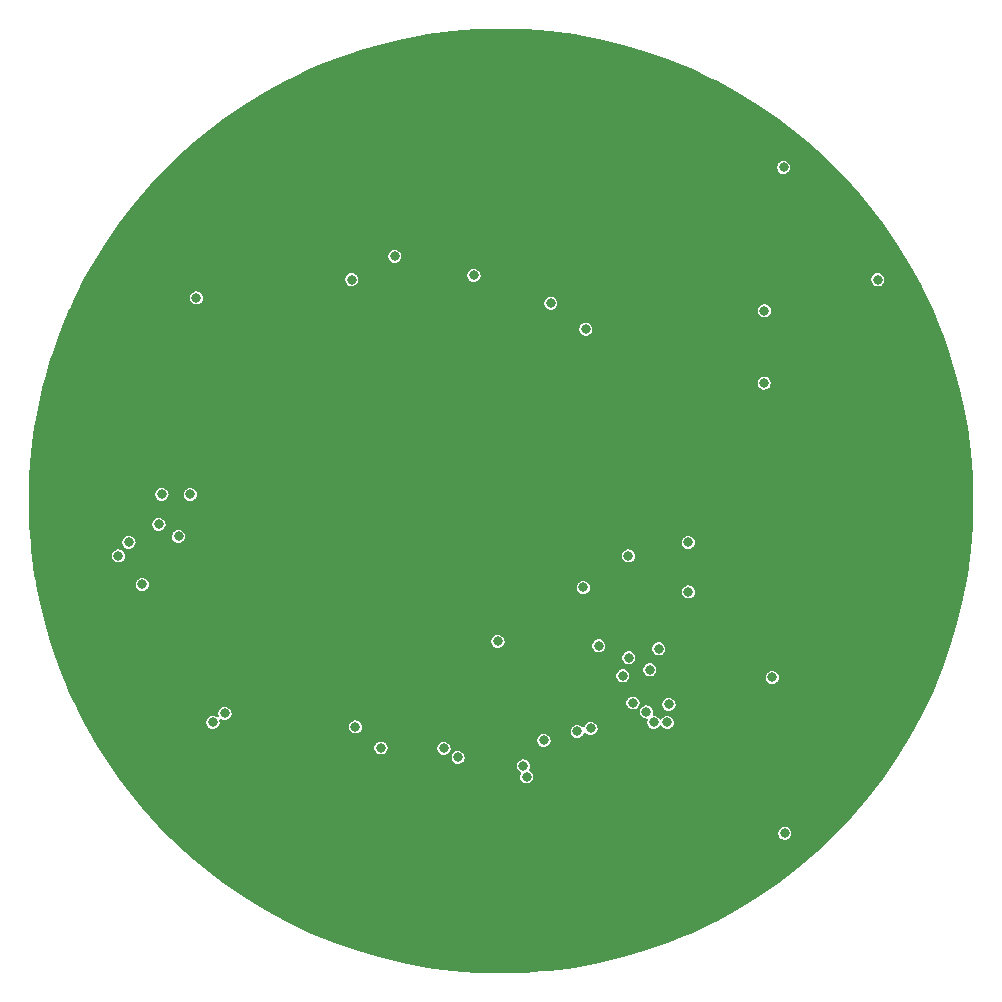
<source format=gbr>
%TF.GenerationSoftware,KiCad,Pcbnew,(5.99.0-10394-g2e15de97e0)*%
%TF.CreationDate,2021-08-24T18:50:14+02:00*%
%TF.ProjectId,USTTHUNDERMILLPCB01A,55535454-4855-44e4-9445-524d494c4c50,rev?*%
%TF.SameCoordinates,Original*%
%TF.FileFunction,Copper,L3,Inr*%
%TF.FilePolarity,Positive*%
%FSLAX46Y46*%
G04 Gerber Fmt 4.6, Leading zero omitted, Abs format (unit mm)*
G04 Created by KiCad (PCBNEW (5.99.0-10394-g2e15de97e0)) date 2021-08-24 18:50:14*
%MOMM*%
%LPD*%
G01*
G04 APERTURE LIST*
%TA.AperFunction,ViaPad*%
%ADD10C,0.800000*%
%TD*%
G04 APERTURE END LIST*
D10*
%TO.N,*%
X153670000Y-109601000D03*
%TO.N,+5V*%
X112141000Y-99568000D03*
X116713000Y-75311000D03*
%TO.N,+3V3*%
X152797600Y-107304400D03*
X153289000Y-97155000D03*
X142240000Y-104394000D03*
%TO.N,/CPU/RST#_P*%
X155845600Y-105018400D03*
%TO.N,/CPU/PB6*%
X150765600Y-104764400D03*
%TO.N,/CPU/PB7*%
X153305600Y-105780400D03*
%TO.N,/CPU/PB5*%
X155083600Y-106796400D03*
%TO.N,/CPU/TIMEPULSE*%
X149479000Y-99822000D03*
X150114000Y-111760000D03*
%TO.N,Net-(R8-Pad2)*%
X129856800Y-73756000D03*
%TO.N,Net-(R9-Pad2)*%
X146706800Y-75756000D03*
%TO.N,/tachometer/COUNT_1*%
X133514594Y-71792594D03*
X140208000Y-73406000D03*
%TO.N,/CPU/PC1*%
X132334000Y-113411000D03*
X155448000Y-111252000D03*
X138862637Y-114212500D03*
%TO.N,/CPU/PC0*%
X154813000Y-110363000D03*
X115196056Y-95504000D03*
X137668000Y-113450500D03*
X113538000Y-94488000D03*
X130175000Y-111633000D03*
%TO.N,/CPU/RX0*%
X119126000Y-110490000D03*
X144399000Y-114935000D03*
%TO.N,/CPU/TX0*%
X118110000Y-111252000D03*
X144659849Y-115847970D03*
%TO.N,/CPU/TX1*%
X110998000Y-96012000D03*
X148971000Y-112014000D03*
%TO.N,/CPU/RX1*%
X146134019Y-112776000D03*
X110109000Y-97155000D03*
%TO.N,/CPU/BTN*%
X156718000Y-109728000D03*
X165481000Y-107442000D03*
%TO.N,/CPU/GEO_STAT*%
X113792000Y-91948000D03*
X116205000Y-91948000D03*
%TO.N,ROTOR_GND*%
X121793000Y-105410000D03*
X159893000Y-90805000D03*
X113411000Y-103251000D03*
X146050000Y-116078000D03*
X118237000Y-76200000D03*
X125349000Y-99568000D03*
X169164000Y-75057000D03*
X140208000Y-69088000D03*
X115951000Y-113919000D03*
X150876000Y-89408000D03*
X117729000Y-79375000D03*
X136779000Y-115062000D03*
X175387000Y-93726000D03*
X109093000Y-78105000D03*
X138557000Y-77343000D03*
X121412000Y-95758000D03*
X171704000Y-102743000D03*
X148082000Y-85344000D03*
X125222000Y-93726000D03*
X145034000Y-78867000D03*
X116205000Y-94742000D03*
X130048000Y-77470000D03*
X128143000Y-94107000D03*
X122555000Y-96774000D03*
X113792000Y-81026000D03*
X142494000Y-103378000D03*
X165227000Y-86995000D03*
X133858000Y-94107000D03*
X167513000Y-84455000D03*
X125349000Y-79375000D03*
X164719000Y-91440000D03*
X119507000Y-79375000D03*
X128143000Y-93091000D03*
X123317000Y-101727000D03*
X153289000Y-74041000D03*
X151511000Y-109728000D03*
X125603000Y-87884000D03*
X114681000Y-79502000D03*
X130175000Y-107442000D03*
X140843000Y-108331000D03*
X171958000Y-99568000D03*
X134366000Y-98171000D03*
X113284000Y-96139000D03*
X162052000Y-97536000D03*
X153289000Y-91440000D03*
X137160000Y-69215000D03*
X113030000Y-115316000D03*
X117983000Y-104775000D03*
X118110000Y-96520000D03*
X147828000Y-115697000D03*
X131318000Y-100457000D03*
X172847000Y-85852000D03*
X141986000Y-108331000D03*
X131826000Y-103251000D03*
X139954000Y-103378000D03*
X166370000Y-97790000D03*
X162814000Y-91059000D03*
X151765000Y-111633000D03*
X116205000Y-79375000D03*
X131064000Y-90170000D03*
X150241000Y-71628000D03*
X133858000Y-91059000D03*
X160147000Y-95758000D03*
X127000000Y-103251000D03*
X106807000Y-103124000D03*
X136271000Y-109093000D03*
X104775000Y-102235000D03*
X129794000Y-95123000D03*
X111633000Y-116078000D03*
X131826000Y-95123000D03*
X172085000Y-89281000D03*
X128905000Y-78613000D03*
X159766000Y-80264000D03*
X160147000Y-76581000D03*
X143383000Y-70358000D03*
X128905000Y-90043000D03*
X168021000Y-109347000D03*
X115189000Y-88519000D03*
X132334000Y-108077000D03*
X153162000Y-80010000D03*
X173355000Y-80518000D03*
X160020000Y-99441000D03*
X114427000Y-114681000D03*
X164846000Y-89154000D03*
X109347000Y-88392000D03*
X125095000Y-76200000D03*
X143129000Y-81407000D03*
X107950000Y-86106000D03*
X106045000Y-86106000D03*
X173736000Y-76962000D03*
X140716000Y-79502000D03*
X113665000Y-86106000D03*
X135382000Y-69596000D03*
X173736000Y-105156000D03*
X113538000Y-88392000D03*
X130810000Y-95123000D03*
X123952000Y-107061000D03*
X121539000Y-79375000D03*
X172085000Y-81280000D03*
X164973000Y-110617000D03*
X162814000Y-85852000D03*
X144272000Y-69342000D03*
X113284000Y-97536000D03*
X161290000Y-90043000D03*
X114173000Y-99060000D03*
X158496000Y-92329000D03*
X173609000Y-99568000D03*
X121412000Y-99822000D03*
X129413000Y-103251000D03*
X107315000Y-76454000D03*
X175514000Y-96266000D03*
X134493000Y-103378000D03*
X107696000Y-78105000D03*
X138557000Y-71374000D03*
X172974000Y-109220000D03*
X127635000Y-107061000D03*
X135382000Y-115062000D03*
X129159000Y-100457000D03*
X162560000Y-87884000D03*
X132842000Y-94107000D03*
X118110000Y-103378000D03*
X106426000Y-81153000D03*
X167386000Y-91567000D03*
X157480000Y-83312000D03*
X138049000Y-107188000D03*
X167259000Y-92837000D03*
X129159000Y-105410000D03*
X155829000Y-108839000D03*
X138684000Y-69215000D03*
X133350000Y-96393000D03*
X110617000Y-83185000D03*
X153416000Y-86614000D03*
X174244000Y-89154000D03*
X128270000Y-90805000D03*
X151384000Y-92710000D03*
X104267000Y-86106000D03*
X108331000Y-101981000D03*
X136779000Y-71374000D03*
X117983000Y-90424000D03*
X140462000Y-71374000D03*
X175387000Y-90805000D03*
X142367000Y-71247000D03*
X171831000Y-87249000D03*
X161417000Y-101727000D03*
X113538000Y-84455000D03*
X137922000Y-100457000D03*
X131826000Y-94107000D03*
X123317000Y-79375000D03*
X161163000Y-104902000D03*
X135890000Y-100457000D03*
X168148000Y-99187000D03*
X148717000Y-108966000D03*
X151257000Y-84582000D03*
X139827000Y-105918000D03*
X121412000Y-101854000D03*
X120269000Y-94742000D03*
X174752000Y-79883000D03*
X130048000Y-89916000D03*
X166751000Y-77597000D03*
X175387000Y-99441000D03*
X110617000Y-88392000D03*
X105664000Y-84455000D03*
X115697000Y-104013000D03*
X166116000Y-92837000D03*
X170561000Y-88392000D03*
X127127000Y-79375000D03*
X169545000Y-85852000D03*
X134366000Y-109347000D03*
X168783000Y-90297000D03*
X133223000Y-75438000D03*
X147828000Y-81280000D03*
X133985000Y-70485000D03*
X170180000Y-75946000D03*
X133604000Y-100457000D03*
X119761000Y-98298000D03*
X160147000Y-93980000D03*
X145288000Y-83185000D03*
X114554000Y-68326000D03*
X173609000Y-103124000D03*
X129413000Y-96901000D03*
X164211000Y-95250000D03*
X131191000Y-87757000D03*
X133858000Y-114847500D03*
X122047000Y-76200000D03*
X161671000Y-94107000D03*
X139573000Y-115189000D03*
X163449000Y-92456000D03*
X128143000Y-91948000D03*
X120015000Y-76200000D03*
X157480000Y-86614000D03*
X167513000Y-88519000D03*
X155702000Y-76454000D03*
X168656000Y-87376000D03*
X173863000Y-107315000D03*
X165735000Y-109474000D03*
X116713000Y-89281000D03*
X121793000Y-103632000D03*
X115062000Y-93345000D03*
X145288000Y-104902000D03*
X131699000Y-91059000D03*
X135255000Y-73152000D03*
X170815000Y-109474000D03*
X127254000Y-76073000D03*
X165989000Y-90170000D03*
X156591000Y-93599000D03*
X166370000Y-102743000D03*
X150368000Y-87503000D03*
X172847000Y-83439000D03*
X166751000Y-95250000D03*
X134239000Y-74168000D03*
X164973000Y-75057000D03*
X123952000Y-98171000D03*
X153416000Y-83439000D03*
X168910000Y-77724000D03*
X164211000Y-104267000D03*
X124968000Y-103124000D03*
X156591000Y-97536000D03*
X136906000Y-103251000D03*
X121666000Y-107061000D03*
X160020000Y-84201000D03*
X115570000Y-69342000D03*
X150749000Y-95631000D03*
X132080000Y-76454000D03*
X128397000Y-75057000D03*
X106426000Y-101981000D03*
X115570000Y-100330000D03*
X153289000Y-94742000D03*
X117221000Y-101854000D03*
X128778000Y-94996000D03*
X127000000Y-100330000D03*
X132842000Y-91059000D03*
X116967000Y-70739000D03*
X157480000Y-91186000D03*
X110490000Y-80010000D03*
X160147000Y-108077000D03*
X161544000Y-92456000D03*
X105283000Y-103632000D03*
%TO.N,STATOR*%
X174396400Y-73761600D03*
X166420800Y-64262000D03*
X166510000Y-120630000D03*
%TO.N,PA1*%
X164801200Y-76392400D03*
X164775800Y-82513800D03*
X158369000Y-96012000D03*
X158369000Y-100203000D03*
%TO.N,COUNT_2*%
X149656800Y-77956000D03*
X156591000Y-111252000D03*
%TD*%
%TA.AperFunction,Conductor*%
%TO.N,ROTOR_GND*%
G36*
X143407341Y-52523754D02*
G01*
X144590139Y-52554719D01*
X144596726Y-52555064D01*
X146677847Y-52718845D01*
X146684412Y-52719535D01*
X148754125Y-52992076D01*
X148760635Y-52993108D01*
X149434542Y-53117999D01*
X150813237Y-53373504D01*
X150819660Y-53374870D01*
X151791158Y-53608115D01*
X152849593Y-53862233D01*
X152855960Y-53863939D01*
X154857517Y-54456760D01*
X154863798Y-54458800D01*
X156831603Y-55155706D01*
X156837757Y-55158069D01*
X158766465Y-55956945D01*
X158772469Y-55959618D01*
X160065111Y-56576156D01*
X160656611Y-56858278D01*
X160662492Y-56861274D01*
X162497106Y-57857430D01*
X162502816Y-57860727D01*
X164282783Y-58951474D01*
X164288316Y-58955067D01*
X166008677Y-60137429D01*
X166014016Y-60141308D01*
X167670187Y-61412196D01*
X167675310Y-61416345D01*
X168483388Y-62106489D01*
X169262705Y-62772071D01*
X169267581Y-62776462D01*
X170024749Y-63494950D01*
X170781905Y-64213427D01*
X170786574Y-64218096D01*
X171343421Y-64804920D01*
X172223537Y-65732416D01*
X172227928Y-65737292D01*
X172893510Y-66516609D01*
X173583654Y-67324687D01*
X173587803Y-67329810D01*
X174858693Y-68985981D01*
X174862572Y-68991320D01*
X176044930Y-70711681D01*
X176048523Y-70717214D01*
X177139272Y-72497184D01*
X177142569Y-72502894D01*
X178138725Y-74337492D01*
X178141722Y-74343373D01*
X179040387Y-76227535D01*
X179043069Y-76233561D01*
X179841934Y-78162243D01*
X179844295Y-78168391D01*
X179964454Y-78507678D01*
X180541199Y-80136201D01*
X180543239Y-80142482D01*
X181136070Y-82144058D01*
X181137766Y-82150387D01*
X181357469Y-83065478D01*
X181625130Y-84180319D01*
X181626502Y-84186774D01*
X182006895Y-86239360D01*
X182007927Y-86245870D01*
X182280468Y-88315586D01*
X182281158Y-88322150D01*
X182444946Y-90403273D01*
X182445291Y-90409862D01*
X182471776Y-91421701D01*
X182499763Y-92490920D01*
X182499914Y-92496702D01*
X182499914Y-92503297D01*
X182445276Y-94590147D01*
X182444931Y-94596734D01*
X182281158Y-96677855D01*
X182280468Y-96684420D01*
X182007922Y-98754118D01*
X182006891Y-98760627D01*
X181779933Y-99985305D01*
X181701234Y-100409971D01*
X181626500Y-100813237D01*
X181625127Y-100819694D01*
X181137761Y-102849606D01*
X181136055Y-102855972D01*
X180543239Y-104857525D01*
X180541199Y-104863806D01*
X179844297Y-106831611D01*
X179841934Y-106837765D01*
X179043061Y-108766446D01*
X179040379Y-108772472D01*
X178141714Y-110656633D01*
X178138717Y-110662514D01*
X177142569Y-112497113D01*
X177139272Y-112502823D01*
X176048523Y-114282791D01*
X176044930Y-114288324D01*
X174862572Y-116008684D01*
X174858693Y-116014023D01*
X173587803Y-117670194D01*
X173583654Y-117675317D01*
X172227948Y-119262689D01*
X172223539Y-119267587D01*
X170786583Y-120781905D01*
X170781914Y-120786574D01*
X169267601Y-122223526D01*
X169267582Y-122223544D01*
X169262681Y-122227956D01*
X167675310Y-123583661D01*
X167670187Y-123587810D01*
X166014016Y-124858693D01*
X166008677Y-124862572D01*
X164288316Y-126044938D01*
X164282783Y-126048531D01*
X162502816Y-127139280D01*
X162497106Y-127142577D01*
X160662492Y-128138733D01*
X160656611Y-128141729D01*
X158772469Y-129040393D01*
X158766465Y-129043066D01*
X157802101Y-129442504D01*
X156837747Y-129841938D01*
X156831594Y-129844300D01*
X154863809Y-130541202D01*
X154857527Y-130543243D01*
X152855960Y-131136071D01*
X152849593Y-131137777D01*
X151790082Y-131392150D01*
X150819660Y-131625133D01*
X150813237Y-131626499D01*
X148760623Y-132006905D01*
X148754131Y-132007934D01*
X146684406Y-132280469D01*
X146677861Y-132281157D01*
X145992309Y-132335111D01*
X144596726Y-132444946D01*
X144590137Y-132445291D01*
X143343098Y-132477932D01*
X142503286Y-132499914D01*
X142496715Y-132499914D01*
X141599561Y-132476425D01*
X140409856Y-132445276D01*
X140403269Y-132444931D01*
X138322148Y-132281158D01*
X138315583Y-132280468D01*
X136245881Y-132007922D01*
X136239372Y-132006891D01*
X134186773Y-131626502D01*
X134186758Y-131626499D01*
X134180305Y-131625127D01*
X132150393Y-131137761D01*
X132144027Y-131136055D01*
X130142474Y-130543239D01*
X130136193Y-130541199D01*
X128168392Y-129844297D01*
X128162238Y-129841934D01*
X126233555Y-129043061D01*
X126227529Y-129040379D01*
X124343366Y-128141714D01*
X124337485Y-128138717D01*
X122502888Y-127142569D01*
X122497178Y-127139272D01*
X120717208Y-126048523D01*
X120711675Y-126044930D01*
X118991315Y-124862572D01*
X118985976Y-124858693D01*
X117329805Y-123587803D01*
X117324682Y-123583654D01*
X116516634Y-122893535D01*
X115737286Y-122227928D01*
X115732410Y-122223537D01*
X114572356Y-121122743D01*
X114218090Y-120786574D01*
X114213421Y-120781905D01*
X114135342Y-120699623D01*
X165958880Y-120699623D01*
X165997905Y-120845265D01*
X166074658Y-120975048D01*
X166183485Y-121079409D01*
X166316368Y-121150660D01*
X166358874Y-121160161D01*
X166455131Y-121181678D01*
X166455135Y-121181678D01*
X166463517Y-121183552D01*
X166557950Y-121178603D01*
X166605507Y-121176111D01*
X166605508Y-121176111D01*
X166614090Y-121175661D01*
X166756995Y-121127568D01*
X166881702Y-121042817D01*
X166887245Y-121036258D01*
X166887247Y-121036256D01*
X166973481Y-120934211D01*
X166979024Y-120927652D01*
X167041791Y-120790557D01*
X167065378Y-120641634D01*
X167065500Y-120630000D01*
X167045037Y-120480615D01*
X166985155Y-120342236D01*
X166890266Y-120225058D01*
X166883264Y-120220082D01*
X166883262Y-120220080D01*
X166774363Y-120142690D01*
X166767361Y-120137714D01*
X166625495Y-120086639D01*
X166616935Y-120086010D01*
X166616933Y-120086010D01*
X166538122Y-120080223D01*
X166475120Y-120075596D01*
X166327315Y-120105399D01*
X166192969Y-120173852D01*
X166186647Y-120179665D01*
X166186646Y-120179666D01*
X166130020Y-120231736D01*
X166081980Y-120275911D01*
X166077452Y-120283214D01*
X166077451Y-120283215D01*
X166035968Y-120350120D01*
X166002525Y-120404058D01*
X165960459Y-120548851D01*
X165958880Y-120699623D01*
X114135342Y-120699623D01*
X113494944Y-120024749D01*
X112776456Y-119267581D01*
X112772065Y-119262705D01*
X112106454Y-118483352D01*
X111416340Y-117675310D01*
X111412191Y-117670187D01*
X110141302Y-116014016D01*
X110137423Y-116008677D01*
X109447361Y-115004623D01*
X143847880Y-115004623D01*
X143886905Y-115150265D01*
X143963658Y-115280048D01*
X144072485Y-115384409D01*
X144124763Y-115412440D01*
X144175345Y-115462256D01*
X144190965Y-115531513D01*
X144172307Y-115589879D01*
X144152374Y-115622028D01*
X144110308Y-115766821D01*
X144108729Y-115917593D01*
X144147754Y-116063235D01*
X144224507Y-116193018D01*
X144333334Y-116297379D01*
X144466217Y-116368630D01*
X144508723Y-116378131D01*
X144604980Y-116399648D01*
X144604984Y-116399648D01*
X144613366Y-116401522D01*
X144707799Y-116396573D01*
X144755356Y-116394081D01*
X144755357Y-116394081D01*
X144763939Y-116393631D01*
X144906844Y-116345538D01*
X145031551Y-116260787D01*
X145037094Y-116254228D01*
X145037096Y-116254226D01*
X145123330Y-116152181D01*
X145128873Y-116145622D01*
X145191640Y-116008527D01*
X145215227Y-115859604D01*
X145215349Y-115847970D01*
X145194886Y-115698585D01*
X145135004Y-115560206D01*
X145081295Y-115493881D01*
X145045523Y-115449706D01*
X145045522Y-115449705D01*
X145040115Y-115443028D01*
X144922564Y-115359489D01*
X144878624Y-115303723D01*
X144871808Y-115233055D01*
X144880990Y-115204332D01*
X144927216Y-115103366D01*
X144927216Y-115103364D01*
X144930791Y-115095557D01*
X144954378Y-114946634D01*
X144954500Y-114935000D01*
X144934037Y-114785615D01*
X144925377Y-114765602D01*
X144877567Y-114655120D01*
X144877566Y-114655118D01*
X144874155Y-114647236D01*
X144779266Y-114530058D01*
X144772264Y-114525082D01*
X144772262Y-114525080D01*
X144663363Y-114447690D01*
X144656361Y-114442714D01*
X144514495Y-114391639D01*
X144505935Y-114391010D01*
X144505933Y-114391010D01*
X144427122Y-114385223D01*
X144364120Y-114380596D01*
X144216315Y-114410399D01*
X144081969Y-114478852D01*
X144075647Y-114484665D01*
X144075646Y-114484666D01*
X144019020Y-114536736D01*
X143970980Y-114580911D01*
X143966452Y-114588214D01*
X143966451Y-114588215D01*
X143896051Y-114701758D01*
X143891525Y-114709058D01*
X143849459Y-114853851D01*
X143847880Y-115004623D01*
X109447361Y-115004623D01*
X108956508Y-114290421D01*
X108955061Y-114288316D01*
X108951468Y-114282783D01*
X108951064Y-114282123D01*
X138311517Y-114282123D01*
X138350542Y-114427765D01*
X138427295Y-114557548D01*
X138536122Y-114661909D01*
X138669005Y-114733160D01*
X138711511Y-114742661D01*
X138807768Y-114764178D01*
X138807772Y-114764178D01*
X138816154Y-114766052D01*
X138910587Y-114761103D01*
X138958144Y-114758611D01*
X138958145Y-114758611D01*
X138966727Y-114758161D01*
X139109632Y-114710068D01*
X139234339Y-114625317D01*
X139239882Y-114618758D01*
X139239884Y-114618756D01*
X139326118Y-114516711D01*
X139331661Y-114510152D01*
X139335236Y-114502344D01*
X139390853Y-114380866D01*
X139390853Y-114380864D01*
X139394428Y-114373057D01*
X139418015Y-114224134D01*
X139418137Y-114212500D01*
X139397674Y-114063115D01*
X139372115Y-114004052D01*
X139341204Y-113932620D01*
X139341203Y-113932618D01*
X139337792Y-113924736D01*
X139259979Y-113828645D01*
X139248311Y-113814236D01*
X139248310Y-113814235D01*
X139242903Y-113807558D01*
X139235901Y-113802582D01*
X139235899Y-113802580D01*
X139127000Y-113725190D01*
X139119998Y-113720214D01*
X138978132Y-113669139D01*
X138969572Y-113668510D01*
X138969570Y-113668510D01*
X138890759Y-113662723D01*
X138827757Y-113658096D01*
X138679952Y-113687899D01*
X138545606Y-113756352D01*
X138539284Y-113762165D01*
X138539283Y-113762166D01*
X138482657Y-113814236D01*
X138434617Y-113858411D01*
X138430089Y-113865714D01*
X138430088Y-113865715D01*
X138359688Y-113979258D01*
X138355162Y-113986558D01*
X138313096Y-114131351D01*
X138311517Y-114282123D01*
X108951064Y-114282123D01*
X108459911Y-113480623D01*
X131782880Y-113480623D01*
X131821905Y-113626265D01*
X131898658Y-113756048D01*
X132007485Y-113860409D01*
X132088303Y-113903743D01*
X132127455Y-113924736D01*
X132140368Y-113931660D01*
X132182874Y-113941161D01*
X132279131Y-113962678D01*
X132279135Y-113962678D01*
X132287517Y-113964552D01*
X132381950Y-113959603D01*
X132429507Y-113957111D01*
X132429508Y-113957111D01*
X132438090Y-113956661D01*
X132580995Y-113908568D01*
X132705702Y-113823817D01*
X132711245Y-113817258D01*
X132711247Y-113817256D01*
X132793253Y-113720214D01*
X132803024Y-113708652D01*
X132810740Y-113691799D01*
X132862216Y-113579366D01*
X132862216Y-113579364D01*
X132865791Y-113571557D01*
X132873937Y-113520123D01*
X137116880Y-113520123D01*
X137155905Y-113665765D01*
X137232658Y-113795548D01*
X137341485Y-113899909D01*
X137422303Y-113943243D01*
X137448167Y-113957111D01*
X137474368Y-113971160D01*
X137510596Y-113979258D01*
X137613131Y-114002178D01*
X137613135Y-114002178D01*
X137621517Y-114004052D01*
X137715950Y-113999103D01*
X137763507Y-113996611D01*
X137763508Y-113996611D01*
X137772090Y-113996161D01*
X137914995Y-113948068D01*
X138039702Y-113863317D01*
X138045245Y-113856758D01*
X138045247Y-113856756D01*
X138131481Y-113754711D01*
X138137024Y-113748152D01*
X138155109Y-113708652D01*
X138196216Y-113618866D01*
X138196216Y-113618864D01*
X138199791Y-113611057D01*
X138223378Y-113462134D01*
X138223500Y-113450500D01*
X138203037Y-113301115D01*
X138199625Y-113293230D01*
X138146567Y-113170620D01*
X138146566Y-113170618D01*
X138143155Y-113162736D01*
X138084735Y-113090593D01*
X138053674Y-113052236D01*
X138053673Y-113052235D01*
X138048266Y-113045558D01*
X138041264Y-113040582D01*
X138041262Y-113040580D01*
X137932363Y-112963190D01*
X137925361Y-112958214D01*
X137783495Y-112907139D01*
X137774935Y-112906510D01*
X137774933Y-112906510D01*
X137696122Y-112900723D01*
X137633120Y-112896096D01*
X137485315Y-112925899D01*
X137350969Y-112994352D01*
X137344647Y-113000165D01*
X137344646Y-113000166D01*
X137264730Y-113073652D01*
X137239980Y-113096411D01*
X137235452Y-113103714D01*
X137235451Y-113103715D01*
X137185016Y-113185058D01*
X137160525Y-113224558D01*
X137118459Y-113369351D01*
X137116880Y-113520123D01*
X132873937Y-113520123D01*
X132889378Y-113422634D01*
X132889500Y-113411000D01*
X132869037Y-113261615D01*
X132853001Y-113224558D01*
X132812567Y-113131120D01*
X132812566Y-113131118D01*
X132809155Y-113123236D01*
X132746253Y-113045558D01*
X132719674Y-113012736D01*
X132719673Y-113012735D01*
X132714266Y-113006058D01*
X132707264Y-113001082D01*
X132707262Y-113001080D01*
X132598363Y-112923690D01*
X132591361Y-112918714D01*
X132449495Y-112867639D01*
X132440935Y-112867010D01*
X132440933Y-112867010D01*
X132362122Y-112861223D01*
X132299120Y-112856596D01*
X132151315Y-112886399D01*
X132016969Y-112954852D01*
X132010647Y-112960665D01*
X132010646Y-112960666D01*
X131954020Y-113012736D01*
X131905980Y-113056911D01*
X131901452Y-113064214D01*
X131901451Y-113064215D01*
X131859968Y-113131120D01*
X131826525Y-113185058D01*
X131784459Y-113329851D01*
X131782880Y-113480623D01*
X108459911Y-113480623D01*
X108070788Y-112845623D01*
X145582899Y-112845623D01*
X145621924Y-112991265D01*
X145698677Y-113121048D01*
X145807504Y-113225409D01*
X145940387Y-113296660D01*
X145982893Y-113306161D01*
X146079150Y-113327678D01*
X146079154Y-113327678D01*
X146087536Y-113329552D01*
X146181969Y-113324603D01*
X146229526Y-113322111D01*
X146229527Y-113322111D01*
X146238109Y-113321661D01*
X146381014Y-113273568D01*
X146505721Y-113188817D01*
X146511264Y-113182258D01*
X146511266Y-113182256D01*
X146597500Y-113080211D01*
X146603043Y-113073652D01*
X146612848Y-113052236D01*
X146662235Y-112944366D01*
X146662235Y-112944364D01*
X146665810Y-112936557D01*
X146689397Y-112787634D01*
X146689519Y-112776000D01*
X146669056Y-112626615D01*
X146643497Y-112567552D01*
X146612586Y-112496120D01*
X146612585Y-112496118D01*
X146609174Y-112488236D01*
X146514285Y-112371058D01*
X146507283Y-112366082D01*
X146507281Y-112366080D01*
X146398382Y-112288690D01*
X146391380Y-112283714D01*
X146249514Y-112232639D01*
X146240954Y-112232010D01*
X146240952Y-112232010D01*
X146162141Y-112226223D01*
X146099139Y-112221596D01*
X145951334Y-112251399D01*
X145816988Y-112319852D01*
X145810666Y-112325665D01*
X145810665Y-112325666D01*
X145754039Y-112377736D01*
X145705999Y-112421911D01*
X145701471Y-112429214D01*
X145701470Y-112429215D01*
X145631070Y-112542758D01*
X145626544Y-112550058D01*
X145584478Y-112694851D01*
X145582899Y-112845623D01*
X108070788Y-112845623D01*
X107860719Y-112502816D01*
X107857422Y-112497106D01*
X107219160Y-111321623D01*
X117558880Y-111321623D01*
X117597905Y-111467265D01*
X117674658Y-111597048D01*
X117783485Y-111701409D01*
X117864303Y-111744743D01*
X117905846Y-111767018D01*
X117916368Y-111772660D01*
X117932165Y-111776191D01*
X118055131Y-111803678D01*
X118055135Y-111803678D01*
X118063517Y-111805552D01*
X118157950Y-111800603D01*
X118205507Y-111798111D01*
X118205508Y-111798111D01*
X118214090Y-111797661D01*
X118356995Y-111749568D01*
X118426072Y-111702623D01*
X129623880Y-111702623D01*
X129662905Y-111848265D01*
X129739658Y-111978048D01*
X129848485Y-112082409D01*
X129981368Y-112153660D01*
X130023874Y-112163161D01*
X130120131Y-112184678D01*
X130120135Y-112184678D01*
X130128517Y-112186552D01*
X130222950Y-112181603D01*
X130270507Y-112179111D01*
X130270508Y-112179111D01*
X130279090Y-112178661D01*
X130421995Y-112130568D01*
X130491072Y-112083623D01*
X148419880Y-112083623D01*
X148458905Y-112229265D01*
X148535658Y-112359048D01*
X148644485Y-112463409D01*
X148777368Y-112534660D01*
X148813596Y-112542758D01*
X148916131Y-112565678D01*
X148916135Y-112565678D01*
X148924517Y-112567552D01*
X149018950Y-112562603D01*
X149066507Y-112560111D01*
X149066508Y-112560111D01*
X149075090Y-112559661D01*
X149217995Y-112511568D01*
X149342702Y-112426817D01*
X149348245Y-112420258D01*
X149348247Y-112420256D01*
X149434481Y-112318211D01*
X149440024Y-112311652D01*
X149465825Y-112255299D01*
X149502791Y-112174557D01*
X149504895Y-112175520D01*
X149537024Y-112126363D01*
X149601830Y-112097368D01*
X149672024Y-112108013D01*
X149706009Y-112131277D01*
X149787485Y-112209409D01*
X149920368Y-112280660D01*
X149934031Y-112283714D01*
X150059131Y-112311678D01*
X150059135Y-112311678D01*
X150067517Y-112313552D01*
X150161950Y-112308603D01*
X150209507Y-112306111D01*
X150209508Y-112306111D01*
X150218090Y-112305661D01*
X150360995Y-112257568D01*
X150370073Y-112251399D01*
X150402641Y-112229265D01*
X150485702Y-112172817D01*
X150491245Y-112166258D01*
X150491247Y-112166256D01*
X150567125Y-112076466D01*
X150583024Y-112057652D01*
X150586599Y-112049844D01*
X150642216Y-111928366D01*
X150642216Y-111928364D01*
X150645791Y-111920557D01*
X150669378Y-111771634D01*
X150669500Y-111760000D01*
X150649037Y-111610615D01*
X150639965Y-111589651D01*
X150592567Y-111480120D01*
X150592566Y-111480118D01*
X150589155Y-111472236D01*
X150494266Y-111355058D01*
X150487264Y-111350082D01*
X150487262Y-111350080D01*
X150378363Y-111272690D01*
X150371361Y-111267714D01*
X150229495Y-111216639D01*
X150220935Y-111216010D01*
X150220933Y-111216010D01*
X150142122Y-111210223D01*
X150079120Y-111205596D01*
X149931315Y-111235399D01*
X149796969Y-111303852D01*
X149790647Y-111309665D01*
X149790646Y-111309666D01*
X149734020Y-111361736D01*
X149685980Y-111405911D01*
X149681452Y-111413214D01*
X149681451Y-111413215D01*
X149613896Y-111522170D01*
X149606525Y-111534058D01*
X149601995Y-111549652D01*
X149590331Y-111589798D01*
X149552118Y-111649633D01*
X149487622Y-111679311D01*
X149417319Y-111669408D01*
X149371416Y-111633942D01*
X149351266Y-111609058D01*
X149344264Y-111604082D01*
X149344262Y-111604080D01*
X149235363Y-111526690D01*
X149228361Y-111521714D01*
X149086495Y-111470639D01*
X149077935Y-111470010D01*
X149077933Y-111470010D01*
X148999122Y-111464223D01*
X148936120Y-111459596D01*
X148788315Y-111489399D01*
X148653969Y-111557852D01*
X148647647Y-111563665D01*
X148647646Y-111563666D01*
X148567225Y-111637617D01*
X148542980Y-111659911D01*
X148538452Y-111667214D01*
X148538451Y-111667215D01*
X148470883Y-111776191D01*
X148463525Y-111788058D01*
X148421459Y-111932851D01*
X148419880Y-112083623D01*
X130491072Y-112083623D01*
X130546702Y-112045817D01*
X130552245Y-112039258D01*
X130552247Y-112039256D01*
X130638481Y-111937211D01*
X130644024Y-111930652D01*
X130701299Y-111805552D01*
X130703216Y-111801366D01*
X130703216Y-111801364D01*
X130706791Y-111793557D01*
X130730378Y-111644634D01*
X130730500Y-111633000D01*
X130710037Y-111483615D01*
X130679572Y-111413215D01*
X130653567Y-111353120D01*
X130653566Y-111353118D01*
X130650155Y-111345236D01*
X130555266Y-111228058D01*
X130548264Y-111223082D01*
X130548262Y-111223080D01*
X130439363Y-111145690D01*
X130432361Y-111140714D01*
X130290495Y-111089639D01*
X130281935Y-111089010D01*
X130281933Y-111089010D01*
X130203122Y-111083223D01*
X130140120Y-111078596D01*
X129992315Y-111108399D01*
X129857969Y-111176852D01*
X129851647Y-111182665D01*
X129851646Y-111182666D01*
X129796146Y-111233701D01*
X129746980Y-111278911D01*
X129742452Y-111286214D01*
X129742451Y-111286215D01*
X129695626Y-111361736D01*
X129667525Y-111407058D01*
X129625459Y-111551851D01*
X129623880Y-111702623D01*
X118426072Y-111702623D01*
X118481702Y-111664817D01*
X118487245Y-111658258D01*
X118487247Y-111658256D01*
X118573481Y-111556211D01*
X118579024Y-111549652D01*
X118582599Y-111541844D01*
X118638216Y-111420366D01*
X118638216Y-111420364D01*
X118641791Y-111412557D01*
X118665378Y-111263634D01*
X118665500Y-111252000D01*
X118653255Y-111162605D01*
X118646203Y-111111126D01*
X118646203Y-111111125D01*
X118645037Y-111102615D01*
X118642280Y-111096243D01*
X118643215Y-111026046D01*
X118682390Y-110966837D01*
X118747358Y-110938207D01*
X118823168Y-110952108D01*
X118912625Y-111000074D01*
X118932368Y-111010660D01*
X118968596Y-111018758D01*
X119071131Y-111041678D01*
X119071135Y-111041678D01*
X119079517Y-111043552D01*
X119173950Y-111038603D01*
X119221507Y-111036111D01*
X119221508Y-111036111D01*
X119230090Y-111035661D01*
X119372995Y-110987568D01*
X119497702Y-110902817D01*
X119503245Y-110896258D01*
X119503247Y-110896256D01*
X119589481Y-110794211D01*
X119595024Y-110787652D01*
X119609147Y-110756805D01*
X119654216Y-110658366D01*
X119654216Y-110658364D01*
X119657791Y-110650557D01*
X119681378Y-110501634D01*
X119681500Y-110490000D01*
X119673640Y-110432623D01*
X154261880Y-110432623D01*
X154300905Y-110578265D01*
X154377658Y-110708048D01*
X154486485Y-110812409D01*
X154619368Y-110883660D01*
X154657095Y-110892093D01*
X154758131Y-110914678D01*
X154758135Y-110914678D01*
X154766517Y-110916552D01*
X154785306Y-110915567D01*
X154798467Y-110914878D01*
X154867541Y-110931288D01*
X154916778Y-110982437D01*
X154930545Y-111052086D01*
X154926057Y-111075857D01*
X154898459Y-111170851D01*
X154898369Y-111179437D01*
X154898369Y-111179438D01*
X154898077Y-111207294D01*
X154896880Y-111321623D01*
X154935905Y-111467265D01*
X155012658Y-111597048D01*
X155121485Y-111701409D01*
X155202303Y-111744743D01*
X155243846Y-111767018D01*
X155254368Y-111772660D01*
X155270165Y-111776191D01*
X155393131Y-111803678D01*
X155393135Y-111803678D01*
X155401517Y-111805552D01*
X155495950Y-111800603D01*
X155543507Y-111798111D01*
X155543508Y-111798111D01*
X155552090Y-111797661D01*
X155694995Y-111749568D01*
X155819702Y-111664817D01*
X155825245Y-111658258D01*
X155825247Y-111658256D01*
X155911477Y-111556216D01*
X155917024Y-111549652D01*
X155917712Y-111548149D01*
X155968585Y-111503554D01*
X156038800Y-111493048D01*
X156103549Y-111522170D01*
X156130037Y-111553727D01*
X156151283Y-111589651D01*
X156155658Y-111597048D01*
X156264485Y-111701409D01*
X156345303Y-111744743D01*
X156386846Y-111767018D01*
X156397368Y-111772660D01*
X156413165Y-111776191D01*
X156536131Y-111803678D01*
X156536135Y-111803678D01*
X156544517Y-111805552D01*
X156638950Y-111800603D01*
X156686507Y-111798111D01*
X156686508Y-111798111D01*
X156695090Y-111797661D01*
X156837995Y-111749568D01*
X156962702Y-111664817D01*
X156968245Y-111658258D01*
X156968247Y-111658256D01*
X157054481Y-111556211D01*
X157060024Y-111549652D01*
X157063599Y-111541844D01*
X157119216Y-111420366D01*
X157119216Y-111420364D01*
X157122791Y-111412557D01*
X157146378Y-111263634D01*
X157146500Y-111252000D01*
X157126037Y-111102615D01*
X157100478Y-111043552D01*
X157069567Y-110972120D01*
X157069566Y-110972118D01*
X157066155Y-110964236D01*
X157000906Y-110883660D01*
X156976674Y-110853736D01*
X156976673Y-110853735D01*
X156971266Y-110847058D01*
X156964264Y-110842082D01*
X156964262Y-110842080D01*
X156855363Y-110764690D01*
X156848361Y-110759714D01*
X156706495Y-110708639D01*
X156697935Y-110708010D01*
X156697933Y-110708010D01*
X156619122Y-110702223D01*
X156556120Y-110697596D01*
X156408315Y-110727399D01*
X156273969Y-110795852D01*
X156267647Y-110801665D01*
X156267646Y-110801666D01*
X156211020Y-110853736D01*
X156162980Y-110897911D01*
X156158451Y-110905216D01*
X156128997Y-110952719D01*
X156076100Y-111000074D01*
X156005999Y-111011313D01*
X155940950Y-110982869D01*
X155924228Y-110963367D01*
X155923155Y-110964236D01*
X155833674Y-110853736D01*
X155833673Y-110853735D01*
X155828266Y-110847058D01*
X155821264Y-110842082D01*
X155821262Y-110842080D01*
X155712363Y-110764690D01*
X155705361Y-110759714D01*
X155563495Y-110708639D01*
X155554935Y-110708010D01*
X155554933Y-110708010D01*
X155450528Y-110700343D01*
X155384055Y-110675405D01*
X155341617Y-110618488D01*
X155336687Y-110547663D01*
X155339134Y-110538263D01*
X155341217Y-110531363D01*
X155344791Y-110523557D01*
X155368378Y-110374634D01*
X155368500Y-110363000D01*
X155348037Y-110213615D01*
X155332369Y-110177409D01*
X155291567Y-110083120D01*
X155291566Y-110083118D01*
X155288155Y-110075236D01*
X155193266Y-109958058D01*
X155186264Y-109953082D01*
X155186262Y-109953080D01*
X155077363Y-109875690D01*
X155070361Y-109870714D01*
X154928495Y-109819639D01*
X154919935Y-109819010D01*
X154919933Y-109819010D01*
X154841122Y-109813223D01*
X154778120Y-109808596D01*
X154630315Y-109838399D01*
X154495969Y-109906852D01*
X154489647Y-109912665D01*
X154489646Y-109912666D01*
X154434146Y-109963701D01*
X154384980Y-110008911D01*
X154380452Y-110016214D01*
X154380451Y-110016215D01*
X154310051Y-110129758D01*
X154305525Y-110137058D01*
X154263459Y-110281851D01*
X154261880Y-110432623D01*
X119673640Y-110432623D01*
X119661037Y-110340615D01*
X119657625Y-110332730D01*
X119604567Y-110210120D01*
X119604566Y-110210118D01*
X119601155Y-110202236D01*
X119535906Y-110121660D01*
X119511674Y-110091736D01*
X119511673Y-110091735D01*
X119506266Y-110085058D01*
X119499264Y-110080082D01*
X119499262Y-110080080D01*
X119390363Y-110002690D01*
X119383361Y-109997714D01*
X119241495Y-109946639D01*
X119232935Y-109946010D01*
X119232933Y-109946010D01*
X119154122Y-109940223D01*
X119091120Y-109935596D01*
X118943315Y-109965399D01*
X118808969Y-110033852D01*
X118802647Y-110039665D01*
X118802646Y-110039666D01*
X118738590Y-110098568D01*
X118697980Y-110135911D01*
X118693452Y-110143214D01*
X118693451Y-110143215D01*
X118623051Y-110256758D01*
X118618525Y-110264058D01*
X118576459Y-110408851D01*
X118574880Y-110559623D01*
X118596974Y-110642075D01*
X118599335Y-110650888D01*
X118597645Y-110721865D01*
X118557851Y-110780661D01*
X118492587Y-110808609D01*
X118422573Y-110796836D01*
X118404639Y-110786206D01*
X118374363Y-110764690D01*
X118367361Y-110759714D01*
X118225495Y-110708639D01*
X118216935Y-110708010D01*
X118216933Y-110708010D01*
X118138122Y-110702223D01*
X118075120Y-110697596D01*
X117927315Y-110727399D01*
X117792969Y-110795852D01*
X117786647Y-110801665D01*
X117786646Y-110801666D01*
X117730020Y-110853736D01*
X117681980Y-110897911D01*
X117677452Y-110905214D01*
X117677451Y-110905215D01*
X117607051Y-111018758D01*
X117602525Y-111026058D01*
X117560459Y-111170851D01*
X117560369Y-111179437D01*
X117560369Y-111179438D01*
X117560077Y-111207294D01*
X117558880Y-111321623D01*
X107219160Y-111321623D01*
X106861266Y-110662492D01*
X106858270Y-110656611D01*
X106387993Y-109670623D01*
X153118880Y-109670623D01*
X153157905Y-109816265D01*
X153234658Y-109946048D01*
X153343485Y-110050409D01*
X153476368Y-110121660D01*
X153512596Y-110129758D01*
X153615131Y-110152678D01*
X153615135Y-110152678D01*
X153623517Y-110154552D01*
X153717950Y-110149603D01*
X153765507Y-110147111D01*
X153765508Y-110147111D01*
X153774090Y-110146661D01*
X153916995Y-110098568D01*
X154041702Y-110013817D01*
X154047245Y-110007258D01*
X154047247Y-110007256D01*
X154133481Y-109905211D01*
X154139024Y-109898652D01*
X154153147Y-109867805D01*
X154185279Y-109797623D01*
X156166880Y-109797623D01*
X156205905Y-109943265D01*
X156282658Y-110073048D01*
X156391485Y-110177409D01*
X156524368Y-110248660D01*
X156560596Y-110256758D01*
X156663131Y-110279678D01*
X156663135Y-110279678D01*
X156671517Y-110281552D01*
X156765950Y-110276603D01*
X156813507Y-110274111D01*
X156813508Y-110274111D01*
X156822090Y-110273661D01*
X156964995Y-110225568D01*
X157089702Y-110140817D01*
X157095245Y-110134258D01*
X157095247Y-110134256D01*
X157181481Y-110032211D01*
X157187024Y-110025652D01*
X157191345Y-110016215D01*
X157246216Y-109896366D01*
X157246216Y-109896364D01*
X157249791Y-109888557D01*
X157273378Y-109739634D01*
X157273500Y-109728000D01*
X157253037Y-109578615D01*
X157249625Y-109570730D01*
X157196567Y-109448120D01*
X157196566Y-109448118D01*
X157193155Y-109440236D01*
X157098266Y-109323058D01*
X157091264Y-109318082D01*
X157091262Y-109318080D01*
X156982363Y-109240690D01*
X156975361Y-109235714D01*
X156833495Y-109184639D01*
X156824935Y-109184010D01*
X156824933Y-109184010D01*
X156746122Y-109178223D01*
X156683120Y-109173596D01*
X156535315Y-109203399D01*
X156400969Y-109271852D01*
X156394647Y-109277665D01*
X156394646Y-109277666D01*
X156338020Y-109329736D01*
X156289980Y-109373911D01*
X156285452Y-109381214D01*
X156285451Y-109381215D01*
X156246690Y-109443730D01*
X156210525Y-109502058D01*
X156168459Y-109646851D01*
X156166880Y-109797623D01*
X154185279Y-109797623D01*
X154198216Y-109769366D01*
X154198216Y-109769364D01*
X154201791Y-109761557D01*
X154225378Y-109612634D01*
X154225500Y-109601000D01*
X154205037Y-109451615D01*
X154171908Y-109375058D01*
X154148567Y-109321120D01*
X154148566Y-109321118D01*
X154145155Y-109313236D01*
X154050266Y-109196058D01*
X154043264Y-109191082D01*
X154043262Y-109191080D01*
X153934363Y-109113690D01*
X153927361Y-109108714D01*
X153785495Y-109057639D01*
X153776935Y-109057010D01*
X153776933Y-109057010D01*
X153698122Y-109051223D01*
X153635120Y-109046596D01*
X153487315Y-109076399D01*
X153352969Y-109144852D01*
X153346647Y-109150665D01*
X153346646Y-109150666D01*
X153291146Y-109201701D01*
X153241980Y-109246911D01*
X153237452Y-109254214D01*
X153237451Y-109254215D01*
X153190626Y-109329736D01*
X153162525Y-109375058D01*
X153120459Y-109519851D01*
X153118880Y-109670623D01*
X106387993Y-109670623D01*
X106281868Y-109448120D01*
X105959610Y-108772469D01*
X105956932Y-108766454D01*
X105634541Y-107988111D01*
X105415046Y-107458191D01*
X105380183Y-107374023D01*
X152246480Y-107374023D01*
X152285505Y-107519665D01*
X152362258Y-107649448D01*
X152471085Y-107753809D01*
X152603968Y-107825060D01*
X152646474Y-107834561D01*
X152742731Y-107856078D01*
X152742735Y-107856078D01*
X152751117Y-107857952D01*
X152845550Y-107853003D01*
X152893107Y-107850511D01*
X152893108Y-107850511D01*
X152901690Y-107850061D01*
X153044595Y-107801968D01*
X153169302Y-107717217D01*
X153174845Y-107710658D01*
X153174847Y-107710656D01*
X153261081Y-107608611D01*
X153266624Y-107602052D01*
X153308026Y-107511623D01*
X164929880Y-107511623D01*
X164968905Y-107657265D01*
X165045658Y-107787048D01*
X165154485Y-107891409D01*
X165287368Y-107962660D01*
X165329874Y-107972161D01*
X165426131Y-107993678D01*
X165426135Y-107993678D01*
X165434517Y-107995552D01*
X165528950Y-107990603D01*
X165576507Y-107988111D01*
X165576508Y-107988111D01*
X165585090Y-107987661D01*
X165727995Y-107939568D01*
X165852702Y-107854817D01*
X165858245Y-107848258D01*
X165858247Y-107848256D01*
X165938060Y-107753809D01*
X165950024Y-107739652D01*
X165960296Y-107717217D01*
X166009216Y-107610366D01*
X166009216Y-107610364D01*
X166012791Y-107602557D01*
X166036378Y-107453634D01*
X166036500Y-107442000D01*
X166016037Y-107292615D01*
X165995782Y-107245809D01*
X165959567Y-107162120D01*
X165959566Y-107162118D01*
X165956155Y-107154236D01*
X165861266Y-107037058D01*
X165854264Y-107032082D01*
X165854262Y-107032080D01*
X165745363Y-106954690D01*
X165738361Y-106949714D01*
X165596495Y-106898639D01*
X165587935Y-106898010D01*
X165587933Y-106898010D01*
X165509122Y-106892223D01*
X165446120Y-106887596D01*
X165298315Y-106917399D01*
X165163969Y-106985852D01*
X165157647Y-106991665D01*
X165157646Y-106991666D01*
X165101020Y-107043736D01*
X165052980Y-107087911D01*
X165048452Y-107095214D01*
X165048451Y-107095215D01*
X164978051Y-107208758D01*
X164973525Y-107216058D01*
X164971129Y-107224305D01*
X164967141Y-107238032D01*
X164931459Y-107360851D01*
X164929880Y-107511623D01*
X153308026Y-107511623D01*
X153308141Y-107511371D01*
X153325816Y-107472766D01*
X153325816Y-107472764D01*
X153329391Y-107464957D01*
X153352978Y-107316034D01*
X153353100Y-107304400D01*
X153332637Y-107155015D01*
X153306256Y-107094052D01*
X153276167Y-107024520D01*
X153276166Y-107024518D01*
X153272755Y-107016636D01*
X153195553Y-106921299D01*
X153183274Y-106906136D01*
X153183273Y-106906135D01*
X153177866Y-106899458D01*
X153170864Y-106894482D01*
X153170862Y-106894480D01*
X153130819Y-106866023D01*
X154532480Y-106866023D01*
X154571505Y-107011665D01*
X154648258Y-107141448D01*
X154757085Y-107245809D01*
X154829673Y-107284730D01*
X154879446Y-107311418D01*
X154889968Y-107317060D01*
X154905765Y-107320591D01*
X155028731Y-107348078D01*
X155028735Y-107348078D01*
X155037117Y-107349952D01*
X155131550Y-107345003D01*
X155179107Y-107342511D01*
X155179108Y-107342511D01*
X155187690Y-107342061D01*
X155330595Y-107293968D01*
X155455302Y-107209217D01*
X155460845Y-107202658D01*
X155460847Y-107202656D01*
X155547081Y-107100611D01*
X155552624Y-107094052D01*
X155558099Y-107082093D01*
X155611816Y-106964766D01*
X155611816Y-106964764D01*
X155615391Y-106956957D01*
X155638978Y-106808034D01*
X155639100Y-106796400D01*
X155618637Y-106647015D01*
X155558755Y-106508636D01*
X155463866Y-106391458D01*
X155456864Y-106386482D01*
X155456862Y-106386480D01*
X155347963Y-106309090D01*
X155340961Y-106304114D01*
X155199095Y-106253039D01*
X155190535Y-106252410D01*
X155190533Y-106252410D01*
X155111722Y-106246623D01*
X155048720Y-106241996D01*
X154900915Y-106271799D01*
X154766569Y-106340252D01*
X154760247Y-106346065D01*
X154760246Y-106346066D01*
X154703620Y-106398136D01*
X154655580Y-106442311D01*
X154651052Y-106449614D01*
X154651051Y-106449615D01*
X154609568Y-106516520D01*
X154576125Y-106570458D01*
X154534059Y-106715251D01*
X154533969Y-106723837D01*
X154533969Y-106723838D01*
X154533677Y-106751694D01*
X154532480Y-106866023D01*
X153130819Y-106866023D01*
X153061963Y-106817090D01*
X153054961Y-106812114D01*
X152913095Y-106761039D01*
X152904535Y-106760410D01*
X152904533Y-106760410D01*
X152825722Y-106754623D01*
X152762720Y-106749996D01*
X152614915Y-106779799D01*
X152480569Y-106848252D01*
X152474247Y-106854065D01*
X152474246Y-106854066D01*
X152375907Y-106944493D01*
X152369580Y-106950311D01*
X152365052Y-106957614D01*
X152365051Y-106957615D01*
X152294651Y-107071158D01*
X152290125Y-107078458D01*
X152248059Y-107223251D01*
X152246480Y-107374023D01*
X105380183Y-107374023D01*
X105158061Y-106837757D01*
X105155698Y-106831603D01*
X104808068Y-105850023D01*
X152754480Y-105850023D01*
X152793505Y-105995665D01*
X152870258Y-106125448D01*
X152979085Y-106229809D01*
X153111968Y-106301060D01*
X153125631Y-106304114D01*
X153250731Y-106332078D01*
X153250735Y-106332078D01*
X153259117Y-106333952D01*
X153353550Y-106329003D01*
X153401107Y-106326511D01*
X153401108Y-106326511D01*
X153409690Y-106326061D01*
X153552595Y-106277968D01*
X153561673Y-106271799D01*
X153590202Y-106252410D01*
X153677302Y-106193217D01*
X153682845Y-106186658D01*
X153682847Y-106186656D01*
X153769081Y-106084611D01*
X153774624Y-106078052D01*
X153837391Y-105940957D01*
X153860978Y-105792034D01*
X153861100Y-105780400D01*
X153840637Y-105631015D01*
X153815078Y-105571952D01*
X153784167Y-105500520D01*
X153784166Y-105500518D01*
X153780755Y-105492636D01*
X153685866Y-105375458D01*
X153678864Y-105370482D01*
X153678862Y-105370480D01*
X153569963Y-105293090D01*
X153562961Y-105288114D01*
X153421095Y-105237039D01*
X153412535Y-105236410D01*
X153412533Y-105236410D01*
X153333722Y-105230623D01*
X153270720Y-105225996D01*
X153122915Y-105255799D01*
X152988569Y-105324252D01*
X152982247Y-105330065D01*
X152982246Y-105330066D01*
X152925620Y-105382136D01*
X152877580Y-105426311D01*
X152873052Y-105433614D01*
X152873051Y-105433615D01*
X152802651Y-105547158D01*
X152798125Y-105554458D01*
X152756059Y-105699251D01*
X152754480Y-105850023D01*
X104808068Y-105850023D01*
X104458793Y-104863798D01*
X104456753Y-104857517D01*
X104340089Y-104463623D01*
X141688880Y-104463623D01*
X141727905Y-104609265D01*
X141804658Y-104739048D01*
X141913485Y-104843409D01*
X142046368Y-104914660D01*
X142088874Y-104924161D01*
X142185131Y-104945678D01*
X142185135Y-104945678D01*
X142193517Y-104947552D01*
X142287950Y-104942603D01*
X142335507Y-104940111D01*
X142335508Y-104940111D01*
X142344090Y-104939661D01*
X142486995Y-104891568D01*
X142571670Y-104834023D01*
X150214480Y-104834023D01*
X150253505Y-104979665D01*
X150330258Y-105109448D01*
X150439085Y-105213809D01*
X150571968Y-105285060D01*
X150585631Y-105288114D01*
X150710731Y-105316078D01*
X150710735Y-105316078D01*
X150719117Y-105317952D01*
X150813550Y-105313003D01*
X150861107Y-105310511D01*
X150861108Y-105310511D01*
X150869690Y-105310061D01*
X151012595Y-105261968D01*
X151021673Y-105255799D01*
X151054241Y-105233665D01*
X151137302Y-105177217D01*
X151142845Y-105170658D01*
X151142847Y-105170656D01*
X151212677Y-105088023D01*
X155294480Y-105088023D01*
X155333505Y-105233665D01*
X155410258Y-105363448D01*
X155519085Y-105467809D01*
X155651968Y-105539060D01*
X155688196Y-105547158D01*
X155790731Y-105570078D01*
X155790735Y-105570078D01*
X155799117Y-105571952D01*
X155893550Y-105567003D01*
X155941107Y-105564511D01*
X155941108Y-105564511D01*
X155949690Y-105564061D01*
X156092595Y-105515968D01*
X156217302Y-105431217D01*
X156222845Y-105424658D01*
X156222847Y-105424656D01*
X156309081Y-105322611D01*
X156314624Y-105316052D01*
X156339386Y-105261968D01*
X156373816Y-105186766D01*
X156373816Y-105186764D01*
X156377391Y-105178957D01*
X156400978Y-105030034D01*
X156401100Y-105018400D01*
X156380637Y-104869015D01*
X156375665Y-104857525D01*
X156324167Y-104738520D01*
X156324166Y-104738518D01*
X156320755Y-104730636D01*
X156262335Y-104658493D01*
X156231274Y-104620136D01*
X156231273Y-104620135D01*
X156225866Y-104613458D01*
X156218864Y-104608482D01*
X156218862Y-104608480D01*
X156109963Y-104531090D01*
X156102961Y-104526114D01*
X155961095Y-104475039D01*
X155952535Y-104474410D01*
X155952533Y-104474410D01*
X155873722Y-104468623D01*
X155810720Y-104463996D01*
X155662915Y-104493799D01*
X155528569Y-104562252D01*
X155522247Y-104568065D01*
X155522246Y-104568066D01*
X155471189Y-104615015D01*
X155417580Y-104664311D01*
X155413052Y-104671614D01*
X155413051Y-104671615D01*
X155375824Y-104731656D01*
X155338125Y-104792458D01*
X155296059Y-104937251D01*
X155294480Y-105088023D01*
X151212677Y-105088023D01*
X151234624Y-105062052D01*
X151249283Y-105030034D01*
X151293816Y-104932766D01*
X151293816Y-104932764D01*
X151297391Y-104924957D01*
X151320978Y-104776034D01*
X151321100Y-104764400D01*
X151300637Y-104615015D01*
X151294560Y-104600971D01*
X151244167Y-104484520D01*
X151244166Y-104484518D01*
X151240755Y-104476636D01*
X151145866Y-104359458D01*
X151138864Y-104354482D01*
X151138862Y-104354480D01*
X151029963Y-104277090D01*
X151022961Y-104272114D01*
X150881095Y-104221039D01*
X150872535Y-104220410D01*
X150872533Y-104220410D01*
X150793722Y-104214623D01*
X150730720Y-104209996D01*
X150582915Y-104239799D01*
X150448569Y-104308252D01*
X150442247Y-104314065D01*
X150442246Y-104314066D01*
X150355318Y-104394000D01*
X150337580Y-104410311D01*
X150333052Y-104417614D01*
X150333051Y-104417615D01*
X150262693Y-104531090D01*
X150258125Y-104538458D01*
X150216059Y-104683251D01*
X150214480Y-104834023D01*
X142571670Y-104834023D01*
X142611702Y-104806817D01*
X142617245Y-104800258D01*
X142617247Y-104800256D01*
X142703481Y-104698211D01*
X142709024Y-104691652D01*
X142721542Y-104664311D01*
X142768216Y-104562366D01*
X142768216Y-104562364D01*
X142771791Y-104554557D01*
X142795378Y-104405634D01*
X142795500Y-104394000D01*
X142775037Y-104244615D01*
X142715155Y-104106236D01*
X142620266Y-103989058D01*
X142613264Y-103984082D01*
X142613262Y-103984080D01*
X142504363Y-103906690D01*
X142497361Y-103901714D01*
X142355495Y-103850639D01*
X142346935Y-103850010D01*
X142346933Y-103850010D01*
X142268122Y-103844223D01*
X142205120Y-103839596D01*
X142057315Y-103869399D01*
X141922969Y-103937852D01*
X141916647Y-103943665D01*
X141916646Y-103943666D01*
X141860020Y-103995736D01*
X141811980Y-104039911D01*
X141807452Y-104047214D01*
X141807451Y-104047215D01*
X141765968Y-104114120D01*
X141732525Y-104168058D01*
X141690459Y-104312851D01*
X141688880Y-104463623D01*
X104340089Y-104463623D01*
X104232260Y-104099558D01*
X103863926Y-102855942D01*
X103862230Y-102849612D01*
X103374862Y-100819660D01*
X103373493Y-100813221D01*
X103362908Y-100756102D01*
X103155627Y-99637623D01*
X111589880Y-99637623D01*
X111628905Y-99783265D01*
X111705658Y-99913048D01*
X111814485Y-100017409D01*
X111947368Y-100088660D01*
X111989874Y-100098161D01*
X112086131Y-100119678D01*
X112086135Y-100119678D01*
X112094517Y-100121552D01*
X112188950Y-100116603D01*
X112236507Y-100114111D01*
X112236508Y-100114111D01*
X112245090Y-100113661D01*
X112387995Y-100065568D01*
X112512702Y-99980817D01*
X112518245Y-99974258D01*
X112518247Y-99974256D01*
X112588077Y-99891623D01*
X148927880Y-99891623D01*
X148966905Y-100037265D01*
X149043658Y-100167048D01*
X149152485Y-100271409D01*
X149285368Y-100342660D01*
X149327874Y-100352161D01*
X149424131Y-100373678D01*
X149424135Y-100373678D01*
X149432517Y-100375552D01*
X149526950Y-100370603D01*
X149574507Y-100368111D01*
X149574508Y-100368111D01*
X149583090Y-100367661D01*
X149725995Y-100319568D01*
X149795072Y-100272623D01*
X157817880Y-100272623D01*
X157856905Y-100418265D01*
X157933658Y-100548048D01*
X158042485Y-100652409D01*
X158175368Y-100723660D01*
X158217874Y-100733161D01*
X158314131Y-100754678D01*
X158314135Y-100754678D01*
X158322517Y-100756552D01*
X158416950Y-100751603D01*
X158464507Y-100749111D01*
X158464508Y-100749111D01*
X158473090Y-100748661D01*
X158615995Y-100700568D01*
X158740702Y-100615817D01*
X158746245Y-100609258D01*
X158746247Y-100609256D01*
X158832481Y-100507211D01*
X158838024Y-100500652D01*
X158895299Y-100375552D01*
X158897216Y-100371366D01*
X158897216Y-100371364D01*
X158900791Y-100363557D01*
X158924378Y-100214634D01*
X158924500Y-100203000D01*
X158904037Y-100053615D01*
X158888369Y-100017409D01*
X158847567Y-99923120D01*
X158847566Y-99923118D01*
X158844155Y-99915236D01*
X158749266Y-99798058D01*
X158742264Y-99793082D01*
X158742262Y-99793080D01*
X158633363Y-99715690D01*
X158626361Y-99710714D01*
X158484495Y-99659639D01*
X158475935Y-99659010D01*
X158475933Y-99659010D01*
X158397122Y-99653223D01*
X158334120Y-99648596D01*
X158186315Y-99678399D01*
X158051969Y-99746852D01*
X158045647Y-99752665D01*
X158045646Y-99752666D01*
X157989020Y-99804736D01*
X157940980Y-99848911D01*
X157936452Y-99856214D01*
X157936451Y-99856215D01*
X157894968Y-99923120D01*
X157861525Y-99977058D01*
X157819459Y-100121851D01*
X157817880Y-100272623D01*
X149795072Y-100272623D01*
X149850702Y-100234817D01*
X149856245Y-100228258D01*
X149856247Y-100228256D01*
X149942481Y-100126211D01*
X149948024Y-100119652D01*
X149994835Y-100017409D01*
X150007216Y-99990366D01*
X150007216Y-99990364D01*
X150010791Y-99982557D01*
X150034378Y-99833634D01*
X150034500Y-99822000D01*
X150014037Y-99672615D01*
X150003643Y-99648596D01*
X149957567Y-99542120D01*
X149957566Y-99542118D01*
X149954155Y-99534236D01*
X149895735Y-99462093D01*
X149864674Y-99423736D01*
X149864673Y-99423735D01*
X149859266Y-99417058D01*
X149852264Y-99412082D01*
X149852262Y-99412080D01*
X149743363Y-99334690D01*
X149736361Y-99329714D01*
X149594495Y-99278639D01*
X149585935Y-99278010D01*
X149585933Y-99278010D01*
X149507122Y-99272223D01*
X149444120Y-99267596D01*
X149296315Y-99297399D01*
X149161969Y-99365852D01*
X149155647Y-99371665D01*
X149155646Y-99371666D01*
X149104589Y-99418615D01*
X149050980Y-99467911D01*
X149046452Y-99475214D01*
X149046451Y-99475215D01*
X149004968Y-99542120D01*
X148971525Y-99596058D01*
X148929459Y-99740851D01*
X148927880Y-99891623D01*
X112588077Y-99891623D01*
X112610024Y-99865652D01*
X112617689Y-99848911D01*
X112669216Y-99736366D01*
X112669216Y-99736364D01*
X112672791Y-99728557D01*
X112696378Y-99579634D01*
X112696500Y-99568000D01*
X112676037Y-99418615D01*
X112672625Y-99410730D01*
X112619567Y-99288120D01*
X112619566Y-99288118D01*
X112616155Y-99280236D01*
X112521266Y-99163058D01*
X112514264Y-99158082D01*
X112514262Y-99158080D01*
X112405363Y-99080690D01*
X112398361Y-99075714D01*
X112256495Y-99024639D01*
X112247935Y-99024010D01*
X112247933Y-99024010D01*
X112169122Y-99018223D01*
X112106120Y-99013596D01*
X111958315Y-99043399D01*
X111823969Y-99111852D01*
X111817647Y-99117665D01*
X111817646Y-99117666D01*
X111761020Y-99169736D01*
X111712980Y-99213911D01*
X111708452Y-99221214D01*
X111708451Y-99221215D01*
X111638093Y-99334690D01*
X111633525Y-99342058D01*
X111591459Y-99486851D01*
X111589880Y-99637623D01*
X103155627Y-99637623D01*
X103092260Y-99295701D01*
X102993100Y-98760635D01*
X102992068Y-98754125D01*
X102790663Y-97224623D01*
X109557880Y-97224623D01*
X109596905Y-97370265D01*
X109673658Y-97500048D01*
X109782485Y-97604409D01*
X109915368Y-97675660D01*
X109957874Y-97685161D01*
X110054131Y-97706678D01*
X110054135Y-97706678D01*
X110062517Y-97708552D01*
X110156950Y-97703603D01*
X110204507Y-97701111D01*
X110204508Y-97701111D01*
X110213090Y-97700661D01*
X110355995Y-97652568D01*
X110480702Y-97567817D01*
X110486245Y-97561258D01*
X110486247Y-97561256D01*
X110572481Y-97459211D01*
X110578024Y-97452652D01*
X110640791Y-97315557D01*
X110655193Y-97224623D01*
X152737880Y-97224623D01*
X152776905Y-97370265D01*
X152853658Y-97500048D01*
X152962485Y-97604409D01*
X153095368Y-97675660D01*
X153137874Y-97685161D01*
X153234131Y-97706678D01*
X153234135Y-97706678D01*
X153242517Y-97708552D01*
X153336950Y-97703603D01*
X153384507Y-97701111D01*
X153384508Y-97701111D01*
X153393090Y-97700661D01*
X153535995Y-97652568D01*
X153660702Y-97567817D01*
X153666245Y-97561258D01*
X153666247Y-97561256D01*
X153752481Y-97459211D01*
X153758024Y-97452652D01*
X153820791Y-97315557D01*
X153844378Y-97166634D01*
X153844500Y-97155000D01*
X153824037Y-97005615D01*
X153764155Y-96867236D01*
X153669266Y-96750058D01*
X153662264Y-96745082D01*
X153662262Y-96745080D01*
X153553363Y-96667690D01*
X153546361Y-96662714D01*
X153404495Y-96611639D01*
X153395935Y-96611010D01*
X153395933Y-96611010D01*
X153317122Y-96605223D01*
X153254120Y-96600596D01*
X153106315Y-96630399D01*
X152971969Y-96698852D01*
X152965647Y-96704665D01*
X152965646Y-96704666D01*
X152909020Y-96756736D01*
X152860980Y-96800911D01*
X152856452Y-96808214D01*
X152856451Y-96808215D01*
X152814968Y-96875120D01*
X152781525Y-96929058D01*
X152739459Y-97073851D01*
X152737880Y-97224623D01*
X110655193Y-97224623D01*
X110664378Y-97166634D01*
X110664500Y-97155000D01*
X110644037Y-97005615D01*
X110584155Y-96867236D01*
X110489266Y-96750058D01*
X110482264Y-96745082D01*
X110482262Y-96745080D01*
X110373363Y-96667690D01*
X110366361Y-96662714D01*
X110224495Y-96611639D01*
X110215935Y-96611010D01*
X110215933Y-96611010D01*
X110137122Y-96605223D01*
X110074120Y-96600596D01*
X109926315Y-96630399D01*
X109791969Y-96698852D01*
X109785647Y-96704665D01*
X109785646Y-96704666D01*
X109729020Y-96756736D01*
X109680980Y-96800911D01*
X109676452Y-96808214D01*
X109676451Y-96808215D01*
X109634968Y-96875120D01*
X109601525Y-96929058D01*
X109559459Y-97073851D01*
X109557880Y-97224623D01*
X102790663Y-97224623D01*
X102719528Y-96684412D01*
X102718838Y-96677847D01*
X102671916Y-96081623D01*
X110446880Y-96081623D01*
X110485905Y-96227265D01*
X110562658Y-96357048D01*
X110671485Y-96461409D01*
X110804368Y-96532660D01*
X110846874Y-96542161D01*
X110943131Y-96563678D01*
X110943135Y-96563678D01*
X110951517Y-96565552D01*
X111045950Y-96560603D01*
X111093507Y-96558111D01*
X111093508Y-96558111D01*
X111102090Y-96557661D01*
X111244995Y-96509568D01*
X111369702Y-96424817D01*
X111375245Y-96418258D01*
X111375247Y-96418256D01*
X111461481Y-96316211D01*
X111467024Y-96309652D01*
X111529791Y-96172557D01*
X111544193Y-96081623D01*
X157817880Y-96081623D01*
X157856905Y-96227265D01*
X157933658Y-96357048D01*
X158042485Y-96461409D01*
X158175368Y-96532660D01*
X158217874Y-96542161D01*
X158314131Y-96563678D01*
X158314135Y-96563678D01*
X158322517Y-96565552D01*
X158416950Y-96560603D01*
X158464507Y-96558111D01*
X158464508Y-96558111D01*
X158473090Y-96557661D01*
X158615995Y-96509568D01*
X158740702Y-96424817D01*
X158746245Y-96418258D01*
X158746247Y-96418256D01*
X158832481Y-96316211D01*
X158838024Y-96309652D01*
X158900791Y-96172557D01*
X158924378Y-96023634D01*
X158924500Y-96012000D01*
X158904037Y-95862615D01*
X158844155Y-95724236D01*
X158749266Y-95607058D01*
X158742264Y-95602082D01*
X158742262Y-95602080D01*
X158633363Y-95524690D01*
X158626361Y-95519714D01*
X158484495Y-95468639D01*
X158475935Y-95468010D01*
X158475933Y-95468010D01*
X158397122Y-95462223D01*
X158334120Y-95457596D01*
X158186315Y-95487399D01*
X158051969Y-95555852D01*
X158045647Y-95561665D01*
X158045646Y-95561666D01*
X157989020Y-95613736D01*
X157940980Y-95657911D01*
X157936452Y-95665214D01*
X157936451Y-95665215D01*
X157898356Y-95726656D01*
X157861525Y-95786058D01*
X157819459Y-95930851D01*
X157817880Y-96081623D01*
X111544193Y-96081623D01*
X111553378Y-96023634D01*
X111553500Y-96012000D01*
X111533037Y-95862615D01*
X111473155Y-95724236D01*
X111378266Y-95607058D01*
X111371264Y-95602082D01*
X111371262Y-95602080D01*
X111331219Y-95573623D01*
X114644936Y-95573623D01*
X114683961Y-95719265D01*
X114760714Y-95849048D01*
X114869541Y-95953409D01*
X114950359Y-95996743D01*
X114991902Y-96019018D01*
X115002424Y-96024660D01*
X115018221Y-96028191D01*
X115141187Y-96055678D01*
X115141191Y-96055678D01*
X115149573Y-96057552D01*
X115244006Y-96052603D01*
X115291563Y-96050111D01*
X115291564Y-96050111D01*
X115300146Y-96049661D01*
X115443051Y-96001568D01*
X115567758Y-95916817D01*
X115573301Y-95910258D01*
X115573303Y-95910256D01*
X115659537Y-95808211D01*
X115665080Y-95801652D01*
X115668655Y-95793844D01*
X115724272Y-95672366D01*
X115724272Y-95672364D01*
X115727847Y-95664557D01*
X115751434Y-95515634D01*
X115751556Y-95504000D01*
X115731093Y-95354615D01*
X115671211Y-95216236D01*
X115576322Y-95099058D01*
X115569320Y-95094082D01*
X115569318Y-95094080D01*
X115460419Y-95016690D01*
X115453417Y-95011714D01*
X115311551Y-94960639D01*
X115302991Y-94960010D01*
X115302989Y-94960010D01*
X115224178Y-94954223D01*
X115161176Y-94949596D01*
X115013371Y-94979399D01*
X114879025Y-95047852D01*
X114872703Y-95053665D01*
X114872702Y-95053666D01*
X114816076Y-95105736D01*
X114768036Y-95149911D01*
X114763508Y-95157214D01*
X114763507Y-95157215D01*
X114722024Y-95224120D01*
X114688581Y-95278058D01*
X114646515Y-95422851D01*
X114646425Y-95431437D01*
X114646425Y-95431438D01*
X114646133Y-95459294D01*
X114644936Y-95573623D01*
X111331219Y-95573623D01*
X111262363Y-95524690D01*
X111255361Y-95519714D01*
X111113495Y-95468639D01*
X111104935Y-95468010D01*
X111104933Y-95468010D01*
X111026122Y-95462223D01*
X110963120Y-95457596D01*
X110815315Y-95487399D01*
X110680969Y-95555852D01*
X110674647Y-95561665D01*
X110674646Y-95561666D01*
X110618020Y-95613736D01*
X110569980Y-95657911D01*
X110565452Y-95665214D01*
X110565451Y-95665215D01*
X110527356Y-95726656D01*
X110490525Y-95786058D01*
X110448459Y-95930851D01*
X110446880Y-96081623D01*
X102671916Y-96081623D01*
X102555057Y-94596726D01*
X102554712Y-94590138D01*
X102553861Y-94557623D01*
X112986880Y-94557623D01*
X113025905Y-94703265D01*
X113102658Y-94833048D01*
X113211485Y-94937409D01*
X113344368Y-95008660D01*
X113358031Y-95011714D01*
X113483131Y-95039678D01*
X113483135Y-95039678D01*
X113491517Y-95041552D01*
X113585950Y-95036603D01*
X113633507Y-95034111D01*
X113633508Y-95034111D01*
X113642090Y-95033661D01*
X113784995Y-94985568D01*
X113794073Y-94979399D01*
X113822602Y-94960010D01*
X113909702Y-94900817D01*
X113915245Y-94894258D01*
X113915247Y-94894256D01*
X114001481Y-94792211D01*
X114007024Y-94785652D01*
X114069791Y-94648557D01*
X114093378Y-94499634D01*
X114093500Y-94488000D01*
X114073037Y-94338615D01*
X114013155Y-94200236D01*
X113918266Y-94083058D01*
X113911264Y-94078082D01*
X113911262Y-94078080D01*
X113802363Y-94000690D01*
X113795361Y-93995714D01*
X113653495Y-93944639D01*
X113644935Y-93944010D01*
X113644933Y-93944010D01*
X113566122Y-93938223D01*
X113503120Y-93933596D01*
X113355315Y-93963399D01*
X113220969Y-94031852D01*
X113214647Y-94037665D01*
X113214646Y-94037666D01*
X113158020Y-94089736D01*
X113109980Y-94133911D01*
X113105452Y-94141214D01*
X113105451Y-94141215D01*
X113063968Y-94208120D01*
X113030525Y-94262058D01*
X112988459Y-94406851D01*
X112986880Y-94557623D01*
X102553861Y-94557623D01*
X102500086Y-92503297D01*
X102500086Y-92496703D01*
X102500238Y-92490920D01*
X102512627Y-92017623D01*
X113240880Y-92017623D01*
X113279905Y-92163265D01*
X113356658Y-92293048D01*
X113465485Y-92397409D01*
X113598368Y-92468660D01*
X113640874Y-92478161D01*
X113737131Y-92499678D01*
X113737135Y-92499678D01*
X113745517Y-92501552D01*
X113839950Y-92496603D01*
X113887507Y-92494111D01*
X113887508Y-92494111D01*
X113896090Y-92493661D01*
X114038995Y-92445568D01*
X114163702Y-92360817D01*
X114169245Y-92354258D01*
X114169247Y-92354256D01*
X114255481Y-92252211D01*
X114261024Y-92245652D01*
X114323791Y-92108557D01*
X114338193Y-92017623D01*
X115653880Y-92017623D01*
X115692905Y-92163265D01*
X115769658Y-92293048D01*
X115878485Y-92397409D01*
X116011368Y-92468660D01*
X116053874Y-92478161D01*
X116150131Y-92499678D01*
X116150135Y-92499678D01*
X116158517Y-92501552D01*
X116252950Y-92496603D01*
X116300507Y-92494111D01*
X116300508Y-92494111D01*
X116309090Y-92493661D01*
X116451995Y-92445568D01*
X116576702Y-92360817D01*
X116582245Y-92354258D01*
X116582247Y-92354256D01*
X116668481Y-92252211D01*
X116674024Y-92245652D01*
X116736791Y-92108557D01*
X116760378Y-91959634D01*
X116760500Y-91948000D01*
X116740037Y-91798615D01*
X116680155Y-91660236D01*
X116585266Y-91543058D01*
X116578264Y-91538082D01*
X116578262Y-91538080D01*
X116469363Y-91460690D01*
X116462361Y-91455714D01*
X116320495Y-91404639D01*
X116311935Y-91404010D01*
X116311933Y-91404010D01*
X116233122Y-91398223D01*
X116170120Y-91393596D01*
X116022315Y-91423399D01*
X115887969Y-91491852D01*
X115881647Y-91497665D01*
X115881646Y-91497666D01*
X115825020Y-91549736D01*
X115776980Y-91593911D01*
X115772452Y-91601214D01*
X115772451Y-91601215D01*
X115730968Y-91668120D01*
X115697525Y-91722058D01*
X115655459Y-91866851D01*
X115653880Y-92017623D01*
X114338193Y-92017623D01*
X114347378Y-91959634D01*
X114347500Y-91948000D01*
X114327037Y-91798615D01*
X114267155Y-91660236D01*
X114172266Y-91543058D01*
X114165264Y-91538082D01*
X114165262Y-91538080D01*
X114056363Y-91460690D01*
X114049361Y-91455714D01*
X113907495Y-91404639D01*
X113898935Y-91404010D01*
X113898933Y-91404010D01*
X113820122Y-91398223D01*
X113757120Y-91393596D01*
X113609315Y-91423399D01*
X113474969Y-91491852D01*
X113468647Y-91497665D01*
X113468646Y-91497666D01*
X113412020Y-91549736D01*
X113363980Y-91593911D01*
X113359452Y-91601214D01*
X113359451Y-91601215D01*
X113317968Y-91668120D01*
X113284525Y-91722058D01*
X113242459Y-91866851D01*
X113240880Y-92017623D01*
X102512627Y-92017623D01*
X102528945Y-91394225D01*
X102554712Y-90409858D01*
X102555057Y-90403270D01*
X102718838Y-88322148D01*
X102719528Y-88315583D01*
X102992068Y-86245866D01*
X102993100Y-86239356D01*
X103117932Y-85565768D01*
X103373496Y-84186755D01*
X103374862Y-84180332D01*
X103758261Y-82583423D01*
X164224680Y-82583423D01*
X164263705Y-82729065D01*
X164340458Y-82858848D01*
X164449285Y-82963209D01*
X164582168Y-83034460D01*
X164624674Y-83043961D01*
X164720931Y-83065478D01*
X164720935Y-83065478D01*
X164729317Y-83067352D01*
X164823750Y-83062403D01*
X164871307Y-83059911D01*
X164871308Y-83059911D01*
X164879890Y-83059461D01*
X165022795Y-83011368D01*
X165147502Y-82926617D01*
X165153045Y-82920058D01*
X165153047Y-82920056D01*
X165239281Y-82818011D01*
X165244824Y-82811452D01*
X165307591Y-82674357D01*
X165331178Y-82525434D01*
X165331300Y-82513800D01*
X165310837Y-82364415D01*
X165250955Y-82226036D01*
X165189689Y-82150379D01*
X165161474Y-82115536D01*
X165161473Y-82115535D01*
X165156066Y-82108858D01*
X165149064Y-82103882D01*
X165149062Y-82103880D01*
X165040163Y-82026490D01*
X165033161Y-82021514D01*
X164891295Y-81970439D01*
X164882735Y-81969810D01*
X164882733Y-81969810D01*
X164803922Y-81964023D01*
X164740920Y-81959396D01*
X164593115Y-81989199D01*
X164458769Y-82057652D01*
X164452447Y-82063465D01*
X164452446Y-82063466D01*
X164357920Y-82150387D01*
X164347780Y-82159711D01*
X164343252Y-82167014D01*
X164343251Y-82167015D01*
X164301768Y-82233920D01*
X164268325Y-82287858D01*
X164226259Y-82432651D01*
X164224680Y-82583423D01*
X103758261Y-82583423D01*
X103862230Y-82150379D01*
X103863929Y-82144039D01*
X104350556Y-80501030D01*
X104456758Y-80142457D01*
X104458790Y-80136201D01*
X105155706Y-78168369D01*
X105158054Y-78162254D01*
X105214647Y-78025623D01*
X149105680Y-78025623D01*
X149144705Y-78171265D01*
X149221458Y-78301048D01*
X149330285Y-78405409D01*
X149463168Y-78476660D01*
X149505674Y-78486161D01*
X149601931Y-78507678D01*
X149601935Y-78507678D01*
X149610317Y-78509552D01*
X149704750Y-78504603D01*
X149752307Y-78502111D01*
X149752308Y-78502111D01*
X149760890Y-78501661D01*
X149903795Y-78453568D01*
X150028502Y-78368817D01*
X150034045Y-78362258D01*
X150034047Y-78362256D01*
X150120281Y-78260211D01*
X150125824Y-78253652D01*
X150167341Y-78162971D01*
X150185016Y-78124366D01*
X150185016Y-78124364D01*
X150188591Y-78116557D01*
X150212178Y-77967634D01*
X150212300Y-77956000D01*
X150191837Y-77806615D01*
X150131955Y-77668236D01*
X150037066Y-77551058D01*
X150030064Y-77546082D01*
X150030062Y-77546080D01*
X149921163Y-77468690D01*
X149914161Y-77463714D01*
X149772295Y-77412639D01*
X149763735Y-77412010D01*
X149763733Y-77412010D01*
X149684922Y-77406223D01*
X149621920Y-77401596D01*
X149474115Y-77431399D01*
X149339769Y-77499852D01*
X149333447Y-77505665D01*
X149333446Y-77505666D01*
X149276820Y-77557736D01*
X149228780Y-77601911D01*
X149224252Y-77609214D01*
X149224251Y-77609215D01*
X149182768Y-77676120D01*
X149149325Y-77730058D01*
X149107259Y-77874851D01*
X149105680Y-78025623D01*
X105214647Y-78025623D01*
X105240578Y-77963018D01*
X105862294Y-76462023D01*
X164250080Y-76462023D01*
X164289105Y-76607665D01*
X164365858Y-76737448D01*
X164474685Y-76841809D01*
X164607568Y-76913060D01*
X164650074Y-76922561D01*
X164746331Y-76944078D01*
X164746335Y-76944078D01*
X164754717Y-76945952D01*
X164849150Y-76941003D01*
X164896707Y-76938511D01*
X164896708Y-76938511D01*
X164905290Y-76938061D01*
X165048195Y-76889968D01*
X165172902Y-76805217D01*
X165178445Y-76798658D01*
X165178447Y-76798656D01*
X165264681Y-76696611D01*
X165270224Y-76690052D01*
X165332991Y-76552957D01*
X165356578Y-76404034D01*
X165356700Y-76392400D01*
X165336237Y-76243015D01*
X165329529Y-76227513D01*
X165279767Y-76112520D01*
X165279766Y-76112518D01*
X165276355Y-76104636D01*
X165181466Y-75987458D01*
X165174464Y-75982482D01*
X165174462Y-75982480D01*
X165065563Y-75905090D01*
X165058561Y-75900114D01*
X164916695Y-75849039D01*
X164908135Y-75848410D01*
X164908133Y-75848410D01*
X164829322Y-75842623D01*
X164766320Y-75837996D01*
X164618515Y-75867799D01*
X164484169Y-75936252D01*
X164477847Y-75942065D01*
X164477846Y-75942066D01*
X164421220Y-75994136D01*
X164373180Y-76038311D01*
X164368652Y-76045614D01*
X164368651Y-76045615D01*
X164327168Y-76112520D01*
X164293725Y-76166458D01*
X164251659Y-76311251D01*
X164250080Y-76462023D01*
X105862294Y-76462023D01*
X105956937Y-76233528D01*
X105959615Y-76227513D01*
X105968223Y-76209467D01*
X106363548Y-75380623D01*
X116161880Y-75380623D01*
X116200905Y-75526265D01*
X116277658Y-75656048D01*
X116386485Y-75760409D01*
X116519368Y-75831660D01*
X116555310Y-75839694D01*
X116658131Y-75862678D01*
X116658135Y-75862678D01*
X116666517Y-75864552D01*
X116760950Y-75859603D01*
X116808507Y-75857111D01*
X116808508Y-75857111D01*
X116817090Y-75856661D01*
X116909317Y-75825623D01*
X146155680Y-75825623D01*
X146194705Y-75971265D01*
X146271458Y-76101048D01*
X146380285Y-76205409D01*
X146513168Y-76276660D01*
X146555674Y-76286161D01*
X146651931Y-76307678D01*
X146651935Y-76307678D01*
X146660317Y-76309552D01*
X146754750Y-76304603D01*
X146802307Y-76302111D01*
X146802308Y-76302111D01*
X146810890Y-76301661D01*
X146953795Y-76253568D01*
X147078502Y-76168817D01*
X147084045Y-76162258D01*
X147084047Y-76162256D01*
X147170281Y-76060211D01*
X147175824Y-76053652D01*
X147182848Y-76038311D01*
X147235016Y-75924366D01*
X147235016Y-75924364D01*
X147238591Y-75916557D01*
X147262178Y-75767634D01*
X147262300Y-75756000D01*
X147241837Y-75606615D01*
X147208708Y-75530058D01*
X147185367Y-75476120D01*
X147185366Y-75476118D01*
X147181955Y-75468236D01*
X147087066Y-75351058D01*
X147080064Y-75346082D01*
X147080062Y-75346080D01*
X146971163Y-75268690D01*
X146964161Y-75263714D01*
X146822295Y-75212639D01*
X146813735Y-75212010D01*
X146813733Y-75212010D01*
X146734922Y-75206223D01*
X146671920Y-75201596D01*
X146524115Y-75231399D01*
X146389769Y-75299852D01*
X146383447Y-75305665D01*
X146383446Y-75305666D01*
X146326820Y-75357736D01*
X146278780Y-75401911D01*
X146274252Y-75409214D01*
X146274251Y-75409215D01*
X146206819Y-75517971D01*
X146199325Y-75530058D01*
X146157259Y-75674851D01*
X146155680Y-75825623D01*
X116909317Y-75825623D01*
X116959995Y-75808568D01*
X117084702Y-75723817D01*
X117090245Y-75717258D01*
X117090247Y-75717256D01*
X117176481Y-75615211D01*
X117182024Y-75608652D01*
X117186567Y-75598730D01*
X117241216Y-75479366D01*
X117241216Y-75479364D01*
X117244791Y-75471557D01*
X117268378Y-75322634D01*
X117268500Y-75311000D01*
X117248037Y-75161615D01*
X117188155Y-75023236D01*
X117093266Y-74906058D01*
X117086264Y-74901082D01*
X117086262Y-74901080D01*
X116977363Y-74823690D01*
X116970361Y-74818714D01*
X116828495Y-74767639D01*
X116819935Y-74767010D01*
X116819933Y-74767010D01*
X116741122Y-74761223D01*
X116678120Y-74756596D01*
X116530315Y-74786399D01*
X116395969Y-74854852D01*
X116389647Y-74860665D01*
X116389646Y-74860666D01*
X116333020Y-74912736D01*
X116284980Y-74956911D01*
X116280452Y-74964214D01*
X116280451Y-74964215D01*
X116238968Y-75031120D01*
X116205525Y-75085058D01*
X116163459Y-75229851D01*
X116161880Y-75380623D01*
X106363548Y-75380623D01*
X106858274Y-74343373D01*
X106861266Y-74337500D01*
X107139206Y-73825623D01*
X129305680Y-73825623D01*
X129344705Y-73971265D01*
X129421458Y-74101048D01*
X129530285Y-74205409D01*
X129663168Y-74276660D01*
X129688221Y-74282260D01*
X129801931Y-74307678D01*
X129801935Y-74307678D01*
X129810317Y-74309552D01*
X129906336Y-74304520D01*
X129952307Y-74302111D01*
X129952308Y-74302111D01*
X129960890Y-74301661D01*
X130103795Y-74253568D01*
X130228502Y-74168817D01*
X130234045Y-74162258D01*
X130234047Y-74162256D01*
X130320281Y-74060211D01*
X130325824Y-74053652D01*
X130367341Y-73962971D01*
X130385016Y-73924366D01*
X130385016Y-73924364D01*
X130388591Y-73916557D01*
X130412178Y-73767634D01*
X130412300Y-73756000D01*
X130391837Y-73606615D01*
X130377882Y-73574366D01*
X130335367Y-73476120D01*
X130335366Y-73476118D01*
X130335152Y-73475623D01*
X139656880Y-73475623D01*
X139695905Y-73621265D01*
X139772658Y-73751048D01*
X139881485Y-73855409D01*
X140014368Y-73926660D01*
X140056874Y-73936161D01*
X140153131Y-73957678D01*
X140153135Y-73957678D01*
X140161517Y-73959552D01*
X140255950Y-73954603D01*
X140303507Y-73952111D01*
X140303508Y-73952111D01*
X140312090Y-73951661D01*
X140454995Y-73903568D01*
X140561447Y-73831223D01*
X173845280Y-73831223D01*
X173884305Y-73976865D01*
X173961058Y-74106648D01*
X174069885Y-74211009D01*
X174202768Y-74282260D01*
X174245274Y-74291761D01*
X174341531Y-74313278D01*
X174341535Y-74313278D01*
X174349917Y-74315152D01*
X174444350Y-74310203D01*
X174491907Y-74307711D01*
X174491908Y-74307711D01*
X174500490Y-74307261D01*
X174643395Y-74259168D01*
X174768102Y-74174417D01*
X174773645Y-74167858D01*
X174773647Y-74167856D01*
X174859881Y-74065811D01*
X174865424Y-74059252D01*
X174928191Y-73922157D01*
X174951778Y-73773234D01*
X174951900Y-73761600D01*
X174931437Y-73612215D01*
X174898308Y-73535658D01*
X174874967Y-73481720D01*
X174874966Y-73481718D01*
X174871555Y-73473836D01*
X174776666Y-73356658D01*
X174769664Y-73351682D01*
X174769662Y-73351680D01*
X174660763Y-73274290D01*
X174653761Y-73269314D01*
X174511895Y-73218239D01*
X174503335Y-73217610D01*
X174503333Y-73217610D01*
X174424522Y-73211823D01*
X174361520Y-73207196D01*
X174213715Y-73236999D01*
X174079369Y-73305452D01*
X174073047Y-73311265D01*
X174073046Y-73311266D01*
X174022510Y-73357736D01*
X173968380Y-73407511D01*
X173963852Y-73414814D01*
X173963851Y-73414815D01*
X173925840Y-73476120D01*
X173888925Y-73535658D01*
X173846859Y-73680451D01*
X173845280Y-73831223D01*
X140561447Y-73831223D01*
X140579702Y-73818817D01*
X140585245Y-73812258D01*
X140585247Y-73812256D01*
X140671481Y-73710211D01*
X140677024Y-73703652D01*
X140691422Y-73672205D01*
X140736216Y-73574366D01*
X140736216Y-73574364D01*
X140739791Y-73566557D01*
X140763378Y-73417634D01*
X140763500Y-73406000D01*
X140743037Y-73256615D01*
X140736236Y-73240899D01*
X140686567Y-73126120D01*
X140686566Y-73126118D01*
X140683155Y-73118236D01*
X140588266Y-73001058D01*
X140581264Y-72996082D01*
X140581262Y-72996080D01*
X140472363Y-72918690D01*
X140465361Y-72913714D01*
X140323495Y-72862639D01*
X140314935Y-72862010D01*
X140314933Y-72862010D01*
X140236122Y-72856223D01*
X140173120Y-72851596D01*
X140025315Y-72881399D01*
X139890969Y-72949852D01*
X139884647Y-72955665D01*
X139884646Y-72955666D01*
X139828020Y-73007736D01*
X139779980Y-73051911D01*
X139775452Y-73059214D01*
X139775451Y-73059215D01*
X139733968Y-73126120D01*
X139700525Y-73180058D01*
X139658459Y-73324851D01*
X139658369Y-73333437D01*
X139658369Y-73333438D01*
X139658178Y-73351680D01*
X139656880Y-73475623D01*
X130335152Y-73475623D01*
X130331955Y-73468236D01*
X130278246Y-73401911D01*
X130242474Y-73357736D01*
X130242473Y-73357735D01*
X130237066Y-73351058D01*
X130230064Y-73346082D01*
X130230062Y-73346080D01*
X130121163Y-73268690D01*
X130114161Y-73263714D01*
X129972295Y-73212639D01*
X129963735Y-73212010D01*
X129963733Y-73212010D01*
X129884922Y-73206223D01*
X129821920Y-73201596D01*
X129674115Y-73231399D01*
X129539769Y-73299852D01*
X129533447Y-73305665D01*
X129533446Y-73305666D01*
X129476820Y-73357736D01*
X129428780Y-73401911D01*
X129424252Y-73409214D01*
X129424251Y-73409215D01*
X129384184Y-73473836D01*
X129349325Y-73530058D01*
X129307259Y-73674851D01*
X129305680Y-73825623D01*
X107139206Y-73825623D01*
X107857426Y-72502888D01*
X107860723Y-72497178D01*
X108249821Y-71862217D01*
X132963474Y-71862217D01*
X133002499Y-72007859D01*
X133079252Y-72137642D01*
X133188079Y-72242003D01*
X133320962Y-72313254D01*
X133363468Y-72322755D01*
X133459725Y-72344272D01*
X133459729Y-72344272D01*
X133468111Y-72346146D01*
X133562544Y-72341197D01*
X133610101Y-72338705D01*
X133610102Y-72338705D01*
X133618684Y-72338255D01*
X133761589Y-72290162D01*
X133886296Y-72205411D01*
X133891839Y-72198852D01*
X133891841Y-72198850D01*
X133978075Y-72096805D01*
X133983618Y-72090246D01*
X134046385Y-71953151D01*
X134069972Y-71804228D01*
X134070094Y-71792594D01*
X134049631Y-71643209D01*
X133989749Y-71504830D01*
X133894860Y-71387652D01*
X133887858Y-71382676D01*
X133887856Y-71382674D01*
X133778957Y-71305284D01*
X133771955Y-71300308D01*
X133630089Y-71249233D01*
X133621529Y-71248604D01*
X133621527Y-71248604D01*
X133542716Y-71242817D01*
X133479714Y-71238190D01*
X133331909Y-71267993D01*
X133197563Y-71336446D01*
X133191241Y-71342259D01*
X133191240Y-71342260D01*
X133134614Y-71394330D01*
X133086574Y-71438505D01*
X133082046Y-71445808D01*
X133082045Y-71445809D01*
X133040562Y-71512714D01*
X133007119Y-71566652D01*
X132965053Y-71711445D01*
X132963474Y-71862217D01*
X108249821Y-71862217D01*
X108951472Y-70717208D01*
X108955065Y-70711675D01*
X110137427Y-68991315D01*
X110141306Y-68985976D01*
X111412194Y-67329805D01*
X111416343Y-67324682D01*
X112772053Y-65737305D01*
X112772069Y-65737286D01*
X112776466Y-65732404D01*
X113494948Y-64975244D01*
X114105692Y-64331623D01*
X165869680Y-64331623D01*
X165908705Y-64477265D01*
X165985458Y-64607048D01*
X166094285Y-64711409D01*
X166227168Y-64782660D01*
X166269674Y-64792161D01*
X166365931Y-64813678D01*
X166365935Y-64813678D01*
X166374317Y-64815552D01*
X166468750Y-64810603D01*
X166516307Y-64808111D01*
X166516308Y-64808111D01*
X166524890Y-64807661D01*
X166667795Y-64759568D01*
X166792502Y-64674817D01*
X166798045Y-64668258D01*
X166798047Y-64668256D01*
X166884281Y-64566211D01*
X166889824Y-64559652D01*
X166952591Y-64422557D01*
X166976178Y-64273634D01*
X166976300Y-64262000D01*
X166955837Y-64112615D01*
X166895955Y-63974236D01*
X166801066Y-63857058D01*
X166794064Y-63852082D01*
X166794062Y-63852080D01*
X166685163Y-63774690D01*
X166678161Y-63769714D01*
X166536295Y-63718639D01*
X166527735Y-63718010D01*
X166527733Y-63718010D01*
X166448922Y-63712223D01*
X166385920Y-63707596D01*
X166238115Y-63737399D01*
X166103769Y-63805852D01*
X166097447Y-63811665D01*
X166097446Y-63811666D01*
X166040820Y-63863736D01*
X165992780Y-63907911D01*
X165988252Y-63915214D01*
X165988251Y-63915215D01*
X165946768Y-63982120D01*
X165913325Y-64036058D01*
X165871259Y-64180851D01*
X165869680Y-64331623D01*
X114105692Y-64331623D01*
X114213425Y-64218090D01*
X114218094Y-64213421D01*
X115732396Y-62776473D01*
X115732414Y-62776456D01*
X115737290Y-62772065D01*
X116516673Y-62106429D01*
X117324686Y-61416340D01*
X117329809Y-61412191D01*
X118985980Y-60141302D01*
X118991319Y-60137423D01*
X120711679Y-58955061D01*
X120717212Y-58951468D01*
X122497182Y-57860719D01*
X122502892Y-57857422D01*
X124337505Y-56861266D01*
X124343386Y-56858270D01*
X124932734Y-56577175D01*
X126227530Y-55959610D01*
X126233534Y-55956937D01*
X127453886Y-55451464D01*
X128162242Y-55158061D01*
X128168396Y-55155698D01*
X130136199Y-54458793D01*
X130142480Y-54456753D01*
X130585424Y-54325562D01*
X132144057Y-53863926D01*
X132150388Y-53862230D01*
X134180335Y-53374862D01*
X134186758Y-53373496D01*
X135565453Y-53117991D01*
X136239360Y-52993100D01*
X136245870Y-52992068D01*
X138315587Y-52719528D01*
X138322152Y-52718838D01*
X140403273Y-52555057D01*
X140409861Y-52554712D01*
X141668400Y-52521768D01*
X142496715Y-52500086D01*
X142503285Y-52500086D01*
X143407341Y-52523754D01*
G37*
%TD.AperFunction*%
%TD*%
M02*

</source>
